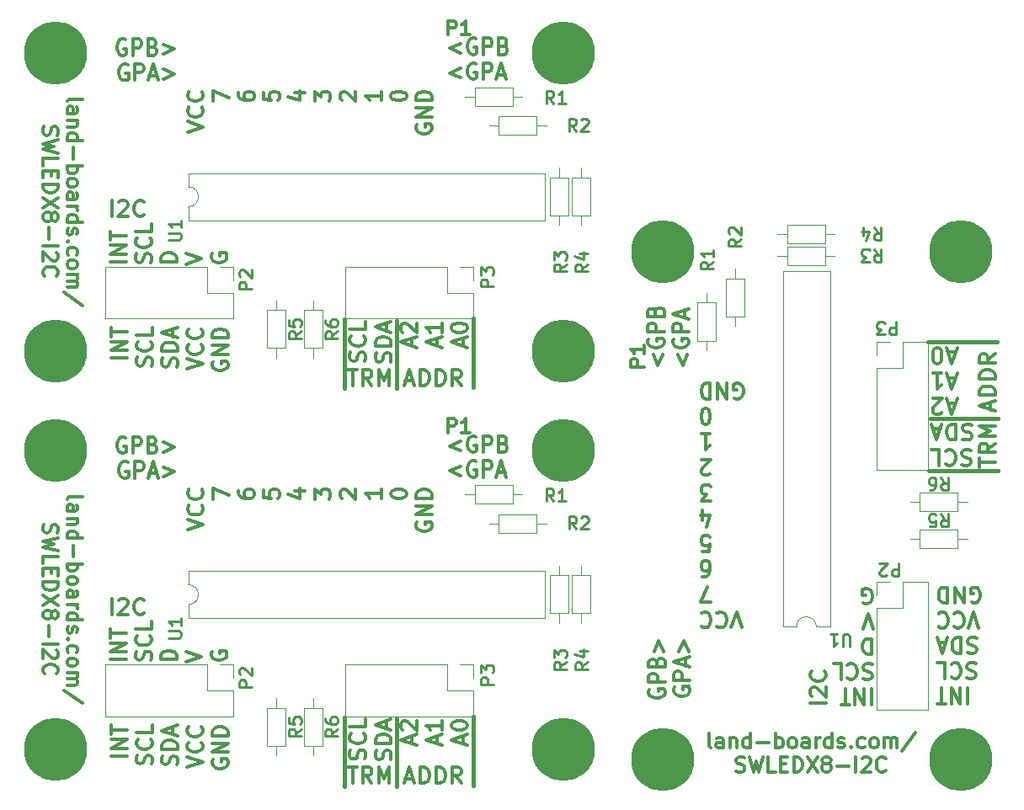
<source format=gto>
%MOIN*%
%OFA0B0*%
%FSLAX46Y46*%
%IPPOS*%
%LPD*%
%ADD10C,0.015000000000000001*%
%ADD11C,0.012000000000000002*%
%ADD12C,0.014763779527559057*%
%ADD13C,0.01*%
%ADD14C,0.0047244094488188976*%
%ADD15C,0.25*%
%ADD26C,0.015000000000000001*%
%ADD27C,0.012000000000000002*%
%ADD28C,0.014763779527559057*%
%ADD29C,0.01*%
%ADD30C,0.0047244094488188976*%
%ADD31C,0.25*%
%ADD32C,0.015000000000000001*%
%ADD33C,0.012000000000000002*%
%ADD34C,0.014763779527559057*%
%ADD35C,0.01*%
%ADD36C,0.0047244094488188976*%
%ADD37C,0.25*%
G01*
D10*
X0001505000Y0000011062D02*
X0001505000Y0000278562D01*
X0001809055Y0000014606D02*
X0001808661Y0000287401D01*
X0001298543Y0000283858D02*
X0001298543Y0000011062D01*
D11*
X0001760713Y0001277708D02*
X0001714999Y0001259136D01*
X0001760713Y0001240565D01*
X0001820713Y0001296279D02*
X0001814999Y0001299374D01*
X0001806427Y0001299374D01*
X0001797856Y0001296279D01*
X0001792141Y0001290089D01*
X0001789284Y0001283898D01*
X0001786427Y0001271517D01*
X0001786427Y0001262231D01*
X0001789284Y0001249850D01*
X0001792141Y0001243660D01*
X0001797856Y0001237470D01*
X0001806427Y0001234374D01*
X0001812141Y0001234374D01*
X0001820713Y0001237470D01*
X0001823570Y0001240565D01*
X0001823570Y0001262231D01*
X0001812141Y0001262231D01*
X0001849284Y0001234374D02*
X0001849284Y0001299374D01*
X0001872141Y0001299374D01*
X0001877856Y0001296279D01*
X0001880713Y0001293184D01*
X0001883570Y0001286993D01*
X0001883570Y0001277708D01*
X0001880713Y0001271517D01*
X0001877856Y0001268422D01*
X0001872141Y0001265327D01*
X0001849284Y0001265327D01*
X0001906427Y0001252946D02*
X0001934999Y0001252946D01*
X0001900713Y0001234374D02*
X0001920713Y0001299374D01*
X0001940713Y0001234374D01*
X0001380346Y0000118678D02*
X0001383322Y0000127749D01*
X0001383322Y0000142868D01*
X0001380346Y0000148916D01*
X0001377370Y0000151940D01*
X0001371418Y0000154963D01*
X0001365465Y0000154963D01*
X0001359513Y0000151940D01*
X0001356537Y0000148916D01*
X0001353561Y0000142868D01*
X0001350584Y0000130773D01*
X0001347608Y0000124725D01*
X0001344632Y0000121701D01*
X0001338680Y0000118678D01*
X0001332727Y0000118678D01*
X0001326775Y0000121701D01*
X0001323799Y0000124725D01*
X0001320822Y0000130773D01*
X0001320822Y0000145892D01*
X0001323799Y0000154963D01*
X0001377370Y0000218463D02*
X0001380346Y0000215439D01*
X0001383322Y0000206368D01*
X0001383322Y0000200320D01*
X0001380346Y0000191249D01*
X0001374394Y0000185201D01*
X0001368442Y0000182178D01*
X0001356537Y0000179154D01*
X0001347608Y0000179154D01*
X0001335703Y0000182178D01*
X0001329751Y0000185201D01*
X0001323799Y0000191249D01*
X0001320822Y0000200320D01*
X0001320822Y0000206368D01*
X0001323799Y0000215439D01*
X0001326775Y0000218463D01*
X0001383322Y0000275916D02*
X0001383322Y0000245678D01*
X0001320822Y0000245678D01*
X0001480971Y0000115654D02*
X0001483947Y0000124725D01*
X0001483947Y0000139844D01*
X0001480971Y0000145892D01*
X0001477995Y0000148916D01*
X0001472043Y0000151940D01*
X0001466090Y0000151940D01*
X0001460138Y0000148916D01*
X0001457162Y0000145892D01*
X0001454186Y0000139844D01*
X0001451209Y0000127749D01*
X0001448233Y0000121701D01*
X0001445257Y0000118678D01*
X0001439305Y0000115654D01*
X0001433352Y0000115654D01*
X0001427400Y0000118678D01*
X0001424424Y0000121701D01*
X0001421447Y0000127749D01*
X0001421447Y0000142868D01*
X0001424424Y0000151940D01*
X0001483947Y0000179154D02*
X0001421447Y0000179154D01*
X0001421447Y0000194273D01*
X0001424424Y0000203344D01*
X0001430376Y0000209392D01*
X0001436328Y0000212416D01*
X0001448233Y0000215439D01*
X0001457162Y0000215439D01*
X0001469067Y0000212416D01*
X0001475019Y0000209392D01*
X0001480971Y0000203344D01*
X0001483947Y0000194273D01*
X0001483947Y0000179154D01*
X0001466090Y0000239630D02*
X0001466090Y0000269868D01*
X0001483947Y0000233582D02*
X0001421447Y0000254749D01*
X0001483947Y0000275916D01*
X0001566715Y0000179154D02*
X0001566715Y0000209392D01*
X0001584572Y0000173106D02*
X0001522072Y0000194273D01*
X0001584572Y0000215439D01*
X0001528025Y0000233582D02*
X0001525049Y0000236606D01*
X0001522072Y0000242654D01*
X0001522072Y0000257773D01*
X0001525049Y0000263820D01*
X0001528025Y0000266844D01*
X0001533977Y0000269868D01*
X0001539930Y0000269868D01*
X0001548858Y0000266844D01*
X0001584572Y0000230559D01*
X0001584572Y0000269868D01*
X0001667340Y0000179154D02*
X0001667340Y0000209392D01*
X0001685197Y0000173106D02*
X0001622697Y0000194273D01*
X0001685197Y0000215439D01*
X0001685197Y0000269868D02*
X0001685197Y0000233582D01*
X0001685197Y0000251725D02*
X0001622697Y0000251725D01*
X0001631626Y0000245678D01*
X0001637578Y0000239630D01*
X0001640555Y0000233582D01*
X0001767965Y0000179154D02*
X0001767965Y0000209392D01*
X0001785822Y0000173106D02*
X0001723322Y0000194273D01*
X0001785822Y0000215439D01*
X0001723322Y0000248701D02*
X0001723322Y0000254749D01*
X0001726299Y0000260797D01*
X0001729275Y0000263820D01*
X0001735227Y0000266844D01*
X0001747132Y0000269868D01*
X0001762013Y0000269868D01*
X0001773918Y0000266844D01*
X0001779870Y0000263820D01*
X0001782846Y0000260797D01*
X0001785822Y0000254749D01*
X0001785822Y0000248701D01*
X0001782846Y0000242654D01*
X0001779870Y0000239630D01*
X0001773918Y0000236606D01*
X0001762013Y0000233582D01*
X0001747132Y0000233582D01*
X0001735227Y0000236606D01*
X0001729275Y0000239630D01*
X0001726299Y0000242654D01*
X0001723322Y0000248701D01*
X0001710895Y0001411182D02*
X0001710895Y0001466182D01*
X0001731847Y0001466182D01*
X0001737085Y0001463562D01*
X0001739704Y0001460943D01*
X0001742323Y0001455705D01*
X0001742323Y0001447848D01*
X0001739704Y0001442610D01*
X0001737085Y0001439991D01*
X0001731847Y0001437372D01*
X0001710895Y0001437372D01*
X0001794704Y0001411182D02*
X0001763276Y0001411182D01*
X0001778990Y0001411182D02*
X0001778990Y0001466182D01*
X0001773752Y0001458324D01*
X0001768514Y0001453086D01*
X0001763276Y0001450467D01*
X0000438407Y0000131310D02*
X0000376407Y0000131310D01*
X0000438407Y0000160834D02*
X0000376407Y0000160834D01*
X0000438407Y0000196262D01*
X0000376407Y0000196262D01*
X0000376407Y0000216929D02*
X0000376407Y0000252358D01*
X0000438407Y0000234643D02*
X0000376407Y0000234643D01*
X0000535275Y0000098834D02*
X0000538227Y0000107691D01*
X0000538227Y0000122453D01*
X0000535275Y0000128358D01*
X0000532322Y0000131310D01*
X0000526418Y0000134262D01*
X0000520513Y0000134262D01*
X0000514608Y0000131310D01*
X0000511656Y0000128358D01*
X0000508703Y0000122453D01*
X0000505751Y0000110643D01*
X0000502799Y0000104739D01*
X0000499846Y0000101786D01*
X0000493941Y0000098834D01*
X0000488037Y0000098834D01*
X0000482132Y0000101786D01*
X0000479180Y0000104739D01*
X0000476227Y0000110643D01*
X0000476227Y0000125405D01*
X0000479180Y0000134262D01*
X0000532322Y0000196262D02*
X0000535275Y0000193310D01*
X0000538227Y0000184453D01*
X0000538227Y0000178548D01*
X0000535275Y0000169691D01*
X0000529370Y0000163786D01*
X0000523465Y0000160834D01*
X0000511656Y0000157882D01*
X0000502799Y0000157882D01*
X0000490989Y0000160834D01*
X0000485084Y0000163786D01*
X0000479180Y0000169691D01*
X0000476227Y0000178548D01*
X0000476227Y0000184453D01*
X0000479180Y0000193310D01*
X0000482132Y0000196262D01*
X0000538227Y0000252358D02*
X0000538227Y0000222834D01*
X0000476227Y0000222834D01*
X0000635095Y0000095882D02*
X0000638047Y0000104739D01*
X0000638047Y0000119501D01*
X0000635095Y0000125405D01*
X0000632142Y0000128358D01*
X0000626238Y0000131310D01*
X0000620333Y0000131310D01*
X0000614428Y0000128358D01*
X0000611476Y0000125405D01*
X0000608523Y0000119501D01*
X0000605571Y0000107691D01*
X0000602619Y0000101786D01*
X0000599666Y0000098834D01*
X0000593761Y0000095882D01*
X0000587857Y0000095882D01*
X0000581952Y0000098834D01*
X0000579000Y0000101786D01*
X0000576047Y0000107691D01*
X0000576047Y0000122453D01*
X0000579000Y0000131310D01*
X0000638047Y0000157882D02*
X0000576047Y0000157882D01*
X0000576047Y0000172643D01*
X0000579000Y0000181501D01*
X0000584904Y0000187405D01*
X0000590809Y0000190358D01*
X0000602619Y0000193310D01*
X0000611476Y0000193310D01*
X0000623285Y0000190358D01*
X0000629190Y0000187405D01*
X0000635095Y0000181501D01*
X0000638047Y0000172643D01*
X0000638047Y0000157882D01*
X0000620333Y0000216929D02*
X0000620333Y0000246453D01*
X0000638047Y0000211024D02*
X0000576047Y0000231691D01*
X0000638047Y0000252358D01*
X0000675867Y0000087024D02*
X0000737867Y0000107691D01*
X0000675867Y0000128358D01*
X0000731962Y0000184453D02*
X0000734915Y0000181501D01*
X0000737867Y0000172643D01*
X0000737867Y0000166739D01*
X0000734915Y0000157882D01*
X0000729010Y0000151977D01*
X0000723105Y0000149024D01*
X0000711296Y0000146072D01*
X0000702439Y0000146072D01*
X0000690629Y0000149024D01*
X0000684724Y0000151977D01*
X0000678820Y0000157882D01*
X0000675867Y0000166739D01*
X0000675867Y0000172643D01*
X0000678820Y0000181501D01*
X0000681772Y0000184453D01*
X0000731962Y0000246453D02*
X0000734915Y0000243501D01*
X0000737867Y0000234643D01*
X0000737867Y0000228739D01*
X0000734915Y0000219882D01*
X0000729010Y0000213977D01*
X0000723105Y0000211024D01*
X0000711296Y0000208072D01*
X0000702439Y0000208072D01*
X0000690629Y0000211024D01*
X0000684724Y0000213977D01*
X0000678820Y0000219882D01*
X0000675867Y0000228739D01*
X0000675867Y0000234643D01*
X0000678820Y0000243501D01*
X0000681772Y0000246453D01*
X0000778640Y0000116548D02*
X0000775687Y0000110643D01*
X0000775687Y0000101786D01*
X0000778640Y0000092929D01*
X0000784544Y0000087024D01*
X0000790449Y0000084072D01*
X0000802259Y0000081120D01*
X0000811116Y0000081120D01*
X0000822925Y0000084072D01*
X0000828830Y0000087024D01*
X0000834735Y0000092929D01*
X0000837687Y0000101786D01*
X0000837687Y0000107691D01*
X0000834735Y0000116548D01*
X0000831782Y0000119501D01*
X0000811116Y0000119501D01*
X0000811116Y0000107691D01*
X0000837687Y0000146072D02*
X0000775687Y0000146072D01*
X0000837687Y0000181501D01*
X0000775687Y0000181501D01*
X0000837687Y0000211024D02*
X0000775687Y0000211024D01*
X0000775687Y0000225786D01*
X0000778640Y0000234643D01*
X0000784544Y0000240548D01*
X0000790449Y0000243501D01*
X0000802259Y0000246453D01*
X0000811116Y0000246453D01*
X0000822925Y0000243501D01*
X0000828830Y0000240548D01*
X0000834735Y0000234643D01*
X0000837687Y0000225786D01*
X0000837687Y0000211024D01*
X0001313795Y0000085407D02*
X0001350080Y0000085407D01*
X0001331938Y0000022907D02*
X0001331938Y0000085407D01*
X0001407533Y0000022907D02*
X0001386366Y0000052669D01*
X0001371247Y0000022907D02*
X0001371247Y0000085407D01*
X0001395438Y0000085407D01*
X0001401485Y0000082431D01*
X0001404509Y0000079454D01*
X0001407533Y0000073502D01*
X0001407533Y0000064573D01*
X0001404509Y0000058621D01*
X0001401485Y0000055645D01*
X0001395438Y0000052669D01*
X0001371247Y0000052669D01*
X0001434747Y0000022907D02*
X0001434747Y0000085407D01*
X0001455914Y0000040764D01*
X0001477080Y0000085407D01*
X0001477080Y0000022907D01*
X0000441806Y0001292342D02*
X0000436092Y0001295437D01*
X0000427520Y0001295437D01*
X0000418949Y0001292342D01*
X0000413234Y0001286152D01*
X0000410377Y0001279961D01*
X0000407520Y0001267580D01*
X0000407520Y0001258294D01*
X0000410377Y0001245913D01*
X0000413234Y0001239723D01*
X0000418949Y0001233533D01*
X0000427520Y0001230437D01*
X0000433234Y0001230437D01*
X0000441806Y0001233533D01*
X0000444663Y0001236628D01*
X0000444663Y0001258294D01*
X0000433234Y0001258294D01*
X0000470377Y0001230437D02*
X0000470377Y0001295437D01*
X0000493234Y0001295437D01*
X0000498949Y0001292342D01*
X0000501806Y0001289247D01*
X0000504663Y0001283056D01*
X0000504663Y0001273771D01*
X0000501806Y0001267580D01*
X0000498949Y0001264485D01*
X0000493234Y0001261390D01*
X0000470377Y0001261390D01*
X0000527520Y0001249009D02*
X0000556092Y0001249009D01*
X0000521806Y0001230437D02*
X0000541806Y0001295437D01*
X0000561806Y0001230437D01*
X0000581806Y0001273771D02*
X0000627520Y0001255199D01*
X0000581806Y0001236628D01*
X0001540665Y0000040646D02*
X0001570903Y0000040646D01*
X0001534618Y0000022789D02*
X0001555784Y0000085289D01*
X0001576951Y0000022789D01*
X0001598118Y0000022789D02*
X0001598118Y0000085289D01*
X0001613237Y0000085289D01*
X0001622308Y0000082312D01*
X0001628356Y0000076360D01*
X0001631380Y0000070408D01*
X0001634403Y0000058503D01*
X0001634403Y0000049574D01*
X0001631380Y0000037670D01*
X0001628356Y0000031717D01*
X0001622308Y0000025765D01*
X0001613237Y0000022789D01*
X0001598118Y0000022789D01*
X0001661618Y0000022789D02*
X0001661618Y0000085289D01*
X0001676737Y0000085289D01*
X0001685808Y0000082312D01*
X0001691856Y0000076360D01*
X0001694880Y0000070408D01*
X0001697903Y0000058503D01*
X0001697903Y0000049574D01*
X0001694880Y0000037670D01*
X0001691856Y0000031717D01*
X0001685808Y0000025765D01*
X0001676737Y0000022789D01*
X0001661618Y0000022789D01*
X0001761403Y0000022789D02*
X0001740237Y0000052551D01*
X0001725118Y0000022789D02*
X0001725118Y0000085289D01*
X0001749308Y0000085289D01*
X0001755356Y0000082312D01*
X0001758380Y0000079336D01*
X0001761403Y0000073384D01*
X0001761403Y0000064455D01*
X0001758380Y0000058503D01*
X0001755356Y0000055527D01*
X0001749308Y0000052551D01*
X0001725118Y0000052551D01*
D12*
X0000201926Y0001147075D02*
X0000204738Y0001152699D01*
X0000210362Y0001155511D01*
X0000260981Y0001155511D01*
X0000201926Y0001099268D02*
X0000232859Y0001099268D01*
X0000238484Y0001102081D01*
X0000241296Y0001107705D01*
X0000241296Y0001118953D01*
X0000238484Y0001124578D01*
X0000204738Y0001099268D02*
X0000201926Y0001104893D01*
X0000201926Y0001118953D01*
X0000204738Y0001124578D01*
X0000210362Y0001127390D01*
X0000215987Y0001127390D01*
X0000221611Y0001124578D01*
X0000224423Y0001118953D01*
X0000224423Y0001104893D01*
X0000227235Y0001099268D01*
X0000241296Y0001071147D02*
X0000201926Y0001071147D01*
X0000235672Y0001071147D02*
X0000238484Y0001068335D01*
X0000241296Y0001062710D01*
X0000241296Y0001054274D01*
X0000238484Y0001048650D01*
X0000232859Y0001045838D01*
X0000201926Y0001045838D01*
X0000201926Y0000992407D02*
X0000260981Y0000992407D01*
X0000204738Y0000992407D02*
X0000201926Y0000998031D01*
X0000201926Y0001009280D01*
X0000204738Y0001014904D01*
X0000207550Y0001017716D01*
X0000213174Y0001020528D01*
X0000230047Y0001020528D01*
X0000235672Y0001017716D01*
X0000238484Y0001014904D01*
X0000241296Y0001009280D01*
X0000241296Y0000998031D01*
X0000238484Y0000992407D01*
X0000224423Y0000964285D02*
X0000224423Y0000919291D01*
X0000201926Y0000891169D02*
X0000260981Y0000891169D01*
X0000238484Y0000891169D02*
X0000241296Y0000885545D01*
X0000241296Y0000874296D01*
X0000238484Y0000868672D01*
X0000235672Y0000865860D01*
X0000230047Y0000863048D01*
X0000213174Y0000863048D01*
X0000207550Y0000865860D01*
X0000204738Y0000868672D01*
X0000201926Y0000874296D01*
X0000201926Y0000885545D01*
X0000204738Y0000891169D01*
X0000201926Y0000829302D02*
X0000204738Y0000834926D01*
X0000207550Y0000837739D01*
X0000213174Y0000840551D01*
X0000230047Y0000840551D01*
X0000235672Y0000837739D01*
X0000238484Y0000834926D01*
X0000241296Y0000829302D01*
X0000241296Y0000820866D01*
X0000238484Y0000815241D01*
X0000235672Y0000812429D01*
X0000230047Y0000809617D01*
X0000213174Y0000809617D01*
X0000207550Y0000812429D01*
X0000204738Y0000815241D01*
X0000201926Y0000820866D01*
X0000201926Y0000829302D01*
X0000201926Y0000758998D02*
X0000232859Y0000758998D01*
X0000238484Y0000761811D01*
X0000241296Y0000767435D01*
X0000241296Y0000778683D01*
X0000238484Y0000784308D01*
X0000204738Y0000758998D02*
X0000201926Y0000764623D01*
X0000201926Y0000778683D01*
X0000204738Y0000784308D01*
X0000210362Y0000787120D01*
X0000215987Y0000787120D01*
X0000221611Y0000784308D01*
X0000224423Y0000778683D01*
X0000224423Y0000764623D01*
X0000227235Y0000758998D01*
X0000201926Y0000730877D02*
X0000241296Y0000730877D01*
X0000230047Y0000730877D02*
X0000235672Y0000728065D01*
X0000238484Y0000725253D01*
X0000241296Y0000719628D01*
X0000241296Y0000714004D01*
X0000201926Y0000669010D02*
X0000260981Y0000669010D01*
X0000204738Y0000669010D02*
X0000201926Y0000674634D01*
X0000201926Y0000685883D01*
X0000204738Y0000691507D01*
X0000207550Y0000694319D01*
X0000213174Y0000697131D01*
X0000230047Y0000697131D01*
X0000235672Y0000694319D01*
X0000238484Y0000691507D01*
X0000241296Y0000685883D01*
X0000241296Y0000674634D01*
X0000238484Y0000669010D01*
X0000204738Y0000643700D02*
X0000201926Y0000638076D01*
X0000201926Y0000626827D01*
X0000204738Y0000621203D01*
X0000210362Y0000618391D01*
X0000213174Y0000618391D01*
X0000218799Y0000621203D01*
X0000221611Y0000626827D01*
X0000221611Y0000635264D01*
X0000224423Y0000640888D01*
X0000230047Y0000643700D01*
X0000232859Y0000643700D01*
X0000238484Y0000640888D01*
X0000241296Y0000635264D01*
X0000241296Y0000626827D01*
X0000238484Y0000621203D01*
X0000207550Y0000593082D02*
X0000204738Y0000590269D01*
X0000201926Y0000593082D01*
X0000204738Y0000595894D01*
X0000207550Y0000593082D01*
X0000201926Y0000593082D01*
X0000204738Y0000539651D02*
X0000201926Y0000545275D01*
X0000201926Y0000556524D01*
X0000204738Y0000562148D01*
X0000207550Y0000564960D01*
X0000213174Y0000567772D01*
X0000230047Y0000567772D01*
X0000235672Y0000564960D01*
X0000238484Y0000562148D01*
X0000241296Y0000556524D01*
X0000241296Y0000545275D01*
X0000238484Y0000539651D01*
X0000201926Y0000505905D02*
X0000204738Y0000511529D01*
X0000207550Y0000514341D01*
X0000213174Y0000517154D01*
X0000230047Y0000517154D01*
X0000235672Y0000514341D01*
X0000238484Y0000511529D01*
X0000241296Y0000505905D01*
X0000241296Y0000497469D01*
X0000238484Y0000491844D01*
X0000235672Y0000489032D01*
X0000230047Y0000486220D01*
X0000213174Y0000486220D01*
X0000207550Y0000489032D01*
X0000204738Y0000491844D01*
X0000201926Y0000497469D01*
X0000201926Y0000505905D01*
X0000201926Y0000460911D02*
X0000241296Y0000460911D01*
X0000235672Y0000460911D02*
X0000238484Y0000458099D01*
X0000241296Y0000452474D01*
X0000241296Y0000444038D01*
X0000238484Y0000438413D01*
X0000232859Y0000435601D01*
X0000201926Y0000435601D01*
X0000232859Y0000435601D02*
X0000238484Y0000432789D01*
X0000241296Y0000427165D01*
X0000241296Y0000418728D01*
X0000238484Y0000413104D01*
X0000232859Y0000410292D01*
X0000201926Y0000410292D01*
X0000263793Y0000339988D02*
X0000187865Y0000390607D01*
X0000109659Y0001047244D02*
X0000106847Y0001038807D01*
X0000106847Y0001024746D01*
X0000109659Y0001019122D01*
X0000112471Y0001016310D01*
X0000118096Y0001013498D01*
X0000123720Y0001013498D01*
X0000129344Y0001016310D01*
X0000132156Y0001019122D01*
X0000134969Y0001024746D01*
X0000137781Y0001035995D01*
X0000140593Y0001041619D01*
X0000143405Y0001044431D01*
X0000149029Y0001047244D01*
X0000154654Y0001047244D01*
X0000160278Y0001044431D01*
X0000163090Y0001041619D01*
X0000165902Y0001035995D01*
X0000165902Y0001021934D01*
X0000163090Y0001013498D01*
X0000165902Y0000993813D02*
X0000106847Y0000979752D01*
X0000149029Y0000968503D01*
X0000106847Y0000957255D01*
X0000165902Y0000943194D01*
X0000106847Y0000892575D02*
X0000106847Y0000920697D01*
X0000165902Y0000920697D01*
X0000137781Y0000872890D02*
X0000137781Y0000853205D01*
X0000106847Y0000844769D02*
X0000106847Y0000872890D01*
X0000165902Y0000872890D01*
X0000165902Y0000844769D01*
X0000106847Y0000819460D02*
X0000165902Y0000819460D01*
X0000165902Y0000805399D01*
X0000163090Y0000796962D01*
X0000157466Y0000791338D01*
X0000151841Y0000788526D01*
X0000140593Y0000785714D01*
X0000132156Y0000785714D01*
X0000120908Y0000788526D01*
X0000115284Y0000791338D01*
X0000109659Y0000796962D01*
X0000106847Y0000805399D01*
X0000106847Y0000819460D01*
X0000165902Y0000766029D02*
X0000106847Y0000726659D01*
X0000165902Y0000726659D02*
X0000106847Y0000766029D01*
X0000140593Y0000695725D02*
X0000143405Y0000701349D01*
X0000146217Y0000704162D01*
X0000151841Y0000706974D01*
X0000154654Y0000706974D01*
X0000160278Y0000704162D01*
X0000163090Y0000701349D01*
X0000165902Y0000695725D01*
X0000165902Y0000684476D01*
X0000163090Y0000678852D01*
X0000160278Y0000676040D01*
X0000154654Y0000673228D01*
X0000151841Y0000673228D01*
X0000146217Y0000676040D01*
X0000143405Y0000678852D01*
X0000140593Y0000684476D01*
X0000140593Y0000695725D01*
X0000137781Y0000701349D01*
X0000134969Y0000704162D01*
X0000129344Y0000706974D01*
X0000118096Y0000706974D01*
X0000112471Y0000704162D01*
X0000109659Y0000701349D01*
X0000106847Y0000695725D01*
X0000106847Y0000684476D01*
X0000109659Y0000678852D01*
X0000112471Y0000676040D01*
X0000118096Y0000673228D01*
X0000129344Y0000673228D01*
X0000134969Y0000676040D01*
X0000137781Y0000678852D01*
X0000140593Y0000684476D01*
X0000129344Y0000647918D02*
X0000129344Y0000602924D01*
X0000106847Y0000574803D02*
X0000165902Y0000574803D01*
X0000160278Y0000549493D02*
X0000163090Y0000546681D01*
X0000165902Y0000541057D01*
X0000165902Y0000526996D01*
X0000163090Y0000521372D01*
X0000160278Y0000518560D01*
X0000154654Y0000515748D01*
X0000149029Y0000515748D01*
X0000140593Y0000518560D01*
X0000106847Y0000552305D01*
X0000106847Y0000515748D01*
X0000112471Y0000456692D02*
X0000109659Y0000459505D01*
X0000106847Y0000467941D01*
X0000106847Y0000473565D01*
X0000109659Y0000482002D01*
X0000115284Y0000487626D01*
X0000120908Y0000490438D01*
X0000132156Y0000493250D01*
X0000140593Y0000493250D01*
X0000151841Y0000490438D01*
X0000157466Y0000487626D01*
X0000163090Y0000482002D01*
X0000165902Y0000473565D01*
X0000165902Y0000467941D01*
X0000163090Y0000459505D01*
X0000160278Y0000456692D01*
D11*
X0000433234Y0001390767D02*
X0000427520Y0001393862D01*
X0000418949Y0001393862D01*
X0000410377Y0001390767D01*
X0000404663Y0001384577D01*
X0000401806Y0001378386D01*
X0000398949Y0001366005D01*
X0000398949Y0001356720D01*
X0000401806Y0001344339D01*
X0000404663Y0001338148D01*
X0000410377Y0001331958D01*
X0000418949Y0001328862D01*
X0000424663Y0001328862D01*
X0000433234Y0001331958D01*
X0000436092Y0001335053D01*
X0000436092Y0001356720D01*
X0000424663Y0001356720D01*
X0000461806Y0001328862D02*
X0000461806Y0001393862D01*
X0000484663Y0001393862D01*
X0000490377Y0001390767D01*
X0000493234Y0001387672D01*
X0000496092Y0001381482D01*
X0000496092Y0001372196D01*
X0000493234Y0001366005D01*
X0000490377Y0001362910D01*
X0000484663Y0001359815D01*
X0000461806Y0001359815D01*
X0000541806Y0001362910D02*
X0000550377Y0001359815D01*
X0000553234Y0001356720D01*
X0000556092Y0001350529D01*
X0000556092Y0001341243D01*
X0000553234Y0001335053D01*
X0000550377Y0001331958D01*
X0000544663Y0001328862D01*
X0000521806Y0001328862D01*
X0000521806Y0001393862D01*
X0000541806Y0001393862D01*
X0000547520Y0001390767D01*
X0000550377Y0001387672D01*
X0000553234Y0001381482D01*
X0000553234Y0001375291D01*
X0000550377Y0001369101D01*
X0000547520Y0001366005D01*
X0000541806Y0001362910D01*
X0000521806Y0001362910D01*
X0000581806Y0001372196D02*
X0000627520Y0001353624D01*
X0000581806Y0001335053D01*
X0000434706Y0000512325D02*
X0000372706Y0000512325D01*
X0000434706Y0000541849D02*
X0000372706Y0000541849D01*
X0000434706Y0000577278D01*
X0000372706Y0000577278D01*
X0000372706Y0000597944D02*
X0000372706Y0000633373D01*
X0000434706Y0000615659D02*
X0000372706Y0000615659D01*
X0000531574Y0000509373D02*
X0000534526Y0000518230D01*
X0000534526Y0000532992D01*
X0000531574Y0000538897D01*
X0000528622Y0000541849D01*
X0000522717Y0000544801D01*
X0000516812Y0000544801D01*
X0000510907Y0000541849D01*
X0000507955Y0000538897D01*
X0000505002Y0000532992D01*
X0000502050Y0000521182D01*
X0000499098Y0000515278D01*
X0000496145Y0000512325D01*
X0000490241Y0000509373D01*
X0000484336Y0000509373D01*
X0000478431Y0000512325D01*
X0000475479Y0000515278D01*
X0000472526Y0000521182D01*
X0000472526Y0000535944D01*
X0000475479Y0000544801D01*
X0000528622Y0000606801D02*
X0000531574Y0000603849D01*
X0000534526Y0000594992D01*
X0000534526Y0000589087D01*
X0000531574Y0000580230D01*
X0000525669Y0000574325D01*
X0000519764Y0000571373D01*
X0000507955Y0000568420D01*
X0000499098Y0000568420D01*
X0000487288Y0000571373D01*
X0000481383Y0000574325D01*
X0000475479Y0000580230D01*
X0000472526Y0000589087D01*
X0000472526Y0000594992D01*
X0000475479Y0000603849D01*
X0000478431Y0000606801D01*
X0000534526Y0000662897D02*
X0000534526Y0000633373D01*
X0000472526Y0000633373D01*
X0000634346Y0000512325D02*
X0000572346Y0000512325D01*
X0000572346Y0000527087D01*
X0000575299Y0000535944D01*
X0000581203Y0000541849D01*
X0000587108Y0000544801D01*
X0000598918Y0000547754D01*
X0000607775Y0000547754D01*
X0000619584Y0000544801D01*
X0000625489Y0000541849D01*
X0000631394Y0000535944D01*
X0000634346Y0000527087D01*
X0000634346Y0000512325D01*
X0000672166Y0000503468D02*
X0000734166Y0000524135D01*
X0000672166Y0000544801D01*
X0000774939Y0000544801D02*
X0000771986Y0000538897D01*
X0000771986Y0000530040D01*
X0000774939Y0000521182D01*
X0000780843Y0000515278D01*
X0000786748Y0000512325D01*
X0000798558Y0000509373D01*
X0000807415Y0000509373D01*
X0000819224Y0000512325D01*
X0000825129Y0000515278D01*
X0000831034Y0000521182D01*
X0000833986Y0000530040D01*
X0000833986Y0000535944D01*
X0000831034Y0000544801D01*
X0000828082Y0000547754D01*
X0000807415Y0000547754D01*
X0000807415Y0000535944D01*
X0001760713Y0001376133D02*
X0001714999Y0001357561D01*
X0001760713Y0001338990D01*
X0001820713Y0001394704D02*
X0001814999Y0001397800D01*
X0001806427Y0001397800D01*
X0001797856Y0001394704D01*
X0001792141Y0001388514D01*
X0001789284Y0001382323D01*
X0001786427Y0001369942D01*
X0001786427Y0001360657D01*
X0001789284Y0001348276D01*
X0001792141Y0001342085D01*
X0001797856Y0001335895D01*
X0001806427Y0001332800D01*
X0001812141Y0001332800D01*
X0001820713Y0001335895D01*
X0001823570Y0001338990D01*
X0001823570Y0001360657D01*
X0001812141Y0001360657D01*
X0001849284Y0001332800D02*
X0001849284Y0001397800D01*
X0001872141Y0001397800D01*
X0001877856Y0001394704D01*
X0001880713Y0001391609D01*
X0001883570Y0001385419D01*
X0001883570Y0001376133D01*
X0001880713Y0001369942D01*
X0001877856Y0001366847D01*
X0001872141Y0001363752D01*
X0001849284Y0001363752D01*
X0001929284Y0001366847D02*
X0001937856Y0001363752D01*
X0001940713Y0001360657D01*
X0001943570Y0001354466D01*
X0001943570Y0001345180D01*
X0001940713Y0001338990D01*
X0001937856Y0001335895D01*
X0001932141Y0001332800D01*
X0001909284Y0001332800D01*
X0001909284Y0001397800D01*
X0001929284Y0001397800D01*
X0001934999Y0001394704D01*
X0001937856Y0001391609D01*
X0001940713Y0001385419D01*
X0001940713Y0001379228D01*
X0001937856Y0001373038D01*
X0001934999Y0001369942D01*
X0001929284Y0001366847D01*
X0001909284Y0001366847D01*
X0000677961Y0001025643D02*
X0000740461Y0001046477D01*
X0000677961Y0001067310D01*
X0000734508Y0001123858D02*
X0000737485Y0001120882D01*
X0000740461Y0001111953D01*
X0000740461Y0001106001D01*
X0000737485Y0001097072D01*
X0000731532Y0001091120D01*
X0000725580Y0001088143D01*
X0000713675Y0001085167D01*
X0000704747Y0001085167D01*
X0000692842Y0001088143D01*
X0000686889Y0001091120D01*
X0000680937Y0001097072D01*
X0000677961Y0001106001D01*
X0000677961Y0001111953D01*
X0000680937Y0001120882D01*
X0000683913Y0001123858D01*
X0000734508Y0001186358D02*
X0000737485Y0001183382D01*
X0000740461Y0001174453D01*
X0000740461Y0001168501D01*
X0000737485Y0001159572D01*
X0000731532Y0001153620D01*
X0000725580Y0001150643D01*
X0000713675Y0001147667D01*
X0000704747Y0001147667D01*
X0000692842Y0001150643D01*
X0000686889Y0001153620D01*
X0000680937Y0001159572D01*
X0000677961Y0001168501D01*
X0000677961Y0001174453D01*
X0000680937Y0001183382D01*
X0000683913Y0001186358D01*
X0000778586Y0001147667D02*
X0000778586Y0001189334D01*
X0000841086Y0001162548D01*
X0000879211Y0001180405D02*
X0000879211Y0001168501D01*
X0000882187Y0001162548D01*
X0000885163Y0001159572D01*
X0000894092Y0001153620D01*
X0000905997Y0001150643D01*
X0000929806Y0001150643D01*
X0000935758Y0001153620D01*
X0000938735Y0001156596D01*
X0000941711Y0001162548D01*
X0000941711Y0001174453D01*
X0000938735Y0001180405D01*
X0000935758Y0001183382D01*
X0000929806Y0001186358D01*
X0000914925Y0001186358D01*
X0000908973Y0001183382D01*
X0000905997Y0001180405D01*
X0000903020Y0001174453D01*
X0000903020Y0001162548D01*
X0000905997Y0001156596D01*
X0000908973Y0001153620D01*
X0000914925Y0001150643D01*
X0000979836Y0001183382D02*
X0000979836Y0001153620D01*
X0001009598Y0001150643D01*
X0001006622Y0001153620D01*
X0001003645Y0001159572D01*
X0001003645Y0001174453D01*
X0001006622Y0001180405D01*
X0001009598Y0001183382D01*
X0001015550Y0001186358D01*
X0001030431Y0001186358D01*
X0001036383Y0001183382D01*
X0001039360Y0001180405D01*
X0001042336Y0001174453D01*
X0001042336Y0001159572D01*
X0001039360Y0001153620D01*
X0001036383Y0001150643D01*
X0001101294Y0001180405D02*
X0001142961Y0001180405D01*
X0001077485Y0001165524D02*
X0001122127Y0001150643D01*
X0001122127Y0001189334D01*
X0001181086Y0001147667D02*
X0001181086Y0001186358D01*
X0001204895Y0001165524D01*
X0001204895Y0001174453D01*
X0001207872Y0001180405D01*
X0001210848Y0001183382D01*
X0001216800Y0001186358D01*
X0001231681Y0001186358D01*
X0001237633Y0001183382D01*
X0001240610Y0001180405D01*
X0001243586Y0001174453D01*
X0001243586Y0001156596D01*
X0001240610Y0001150643D01*
X0001237633Y0001147667D01*
X0001287663Y0001150643D02*
X0001284687Y0001153620D01*
X0001281711Y0001159572D01*
X0001281711Y0001174453D01*
X0001284687Y0001180405D01*
X0001287663Y0001183382D01*
X0001293616Y0001186358D01*
X0001299568Y0001186358D01*
X0001308497Y0001183382D01*
X0001344211Y0001147667D01*
X0001344211Y0001186358D01*
X0001444836Y0001186358D02*
X0001444836Y0001150643D01*
X0001444836Y0001168501D02*
X0001382336Y0001168501D01*
X0001391264Y0001162548D01*
X0001397217Y0001156596D01*
X0001400193Y0001150643D01*
X0001482961Y0001165524D02*
X0001482961Y0001171477D01*
X0001485937Y0001177429D01*
X0001488913Y0001180405D01*
X0001494866Y0001183382D01*
X0001506770Y0001186358D01*
X0001521651Y0001186358D01*
X0001533556Y0001183382D01*
X0001539508Y0001180405D01*
X0001542485Y0001177429D01*
X0001545461Y0001171477D01*
X0001545461Y0001165524D01*
X0001542485Y0001159572D01*
X0001539508Y0001156596D01*
X0001533556Y0001153620D01*
X0001521651Y0001150643D01*
X0001506770Y0001150643D01*
X0001494866Y0001153620D01*
X0001488913Y0001156596D01*
X0001485937Y0001159572D01*
X0001482961Y0001165524D01*
X0001586562Y0001055405D02*
X0001583586Y0001049453D01*
X0001583586Y0001040524D01*
X0001586562Y0001031596D01*
X0001592514Y0001025643D01*
X0001598467Y0001022667D01*
X0001610372Y0001019691D01*
X0001619300Y0001019691D01*
X0001631205Y0001022667D01*
X0001637157Y0001025643D01*
X0001643110Y0001031596D01*
X0001646086Y0001040524D01*
X0001646086Y0001046477D01*
X0001643110Y0001055405D01*
X0001640133Y0001058382D01*
X0001619300Y0001058382D01*
X0001619300Y0001046477D01*
X0001646086Y0001085167D02*
X0001583586Y0001085167D01*
X0001646086Y0001120882D01*
X0001583586Y0001120882D01*
X0001646086Y0001150643D02*
X0001583586Y0001150643D01*
X0001583586Y0001165524D01*
X0001586562Y0001174453D01*
X0001592514Y0001180405D01*
X0001598467Y0001183382D01*
X0001610372Y0001186358D01*
X0001619300Y0001186358D01*
X0001631205Y0001183382D01*
X0001637157Y0001180405D01*
X0001643110Y0001174453D01*
X0001646086Y0001165524D01*
X0001646086Y0001150643D01*
X0000379218Y0000691490D02*
X0000379218Y0000753990D01*
X0000406432Y0000748037D02*
X0000409456Y0000751013D01*
X0000415503Y0000753990D01*
X0000430622Y0000753990D01*
X0000436670Y0000751013D01*
X0000439694Y0000748037D01*
X0000442718Y0000742085D01*
X0000442718Y0000736132D01*
X0000439694Y0000727204D01*
X0000403408Y0000691490D01*
X0000442718Y0000691490D01*
X0000506218Y0000697442D02*
X0000503194Y0000694466D01*
X0000494122Y0000691490D01*
X0000488075Y0000691490D01*
X0000479003Y0000694466D01*
X0000472956Y0000700418D01*
X0000469932Y0000706370D01*
X0000466908Y0000718275D01*
X0000466908Y0000727204D01*
X0000469932Y0000739109D01*
X0000472956Y0000745061D01*
X0000479003Y0000751013D01*
X0000488075Y0000753990D01*
X0000494122Y0000753990D01*
X0000503194Y0000751013D01*
X0000506218Y0000748037D01*
D13*
X0002126666Y0001138443D02*
X0002110000Y0001162253D01*
X0002098095Y0001138443D02*
X0002098095Y0001188443D01*
X0002117142Y0001188443D01*
X0002121904Y0001186062D01*
X0002124285Y0001183682D01*
X0002126666Y0001178920D01*
X0002126666Y0001171777D01*
X0002124285Y0001167015D01*
X0002121904Y0001164634D01*
X0002117142Y0001162253D01*
X0002098095Y0001162253D01*
X0002174285Y0001138443D02*
X0002145714Y0001138443D01*
X0002160000Y0001138443D02*
X0002160000Y0001188443D01*
X0002155238Y0001181301D01*
X0002150476Y0001176539D01*
X0002145714Y0001174158D01*
X0002177619Y0000502729D02*
X0002153809Y0000486062D01*
X0002177619Y0000474158D02*
X0002127619Y0000474158D01*
X0002127619Y0000493205D01*
X0002130000Y0000497967D01*
X0002132380Y0000500348D01*
X0002137142Y0000502729D01*
X0002144285Y0000502729D01*
X0002149047Y0000500348D01*
X0002151428Y0000497967D01*
X0002153809Y0000493205D01*
X0002153809Y0000474158D01*
X0002127619Y0000519396D02*
X0002127619Y0000550348D01*
X0002146666Y0000533682D01*
X0002146666Y0000540824D01*
X0002149047Y0000545586D01*
X0002151428Y0000547967D01*
X0002156190Y0000550348D01*
X0002168095Y0000550348D01*
X0002172857Y0000547967D01*
X0002175238Y0000545586D01*
X0002177619Y0000540824D01*
X0002177619Y0000526539D01*
X0002175238Y0000521777D01*
X0002172857Y0000519396D01*
X0002262619Y0000502729D02*
X0002238809Y0000486062D01*
X0002262619Y0000474158D02*
X0002212619Y0000474158D01*
X0002212619Y0000493205D01*
X0002215000Y0000497967D01*
X0002217380Y0000500348D01*
X0002222142Y0000502729D01*
X0002229285Y0000502729D01*
X0002234047Y0000500348D01*
X0002236428Y0000497967D01*
X0002238809Y0000493205D01*
X0002238809Y0000474158D01*
X0002229285Y0000545586D02*
X0002262619Y0000545586D01*
X0002210238Y0000533682D02*
X0002245952Y0000521777D01*
X0002245952Y0000552729D01*
X0002216666Y0001028443D02*
X0002200000Y0001052253D01*
X0002188095Y0001028443D02*
X0002188095Y0001078443D01*
X0002207142Y0001078443D01*
X0002211904Y0001076062D01*
X0002214285Y0001073682D01*
X0002216666Y0001068920D01*
X0002216666Y0001061777D01*
X0002214285Y0001057015D01*
X0002211904Y0001054634D01*
X0002207142Y0001052253D01*
X0002188095Y0001052253D01*
X0002235714Y0001073682D02*
X0002238095Y0001076062D01*
X0002242857Y0001078443D01*
X0002254761Y0001078443D01*
X0002259523Y0001076062D01*
X0002261904Y0001073682D01*
X0002264285Y0001068920D01*
X0002264285Y0001064158D01*
X0002261904Y0001057015D01*
X0002233333Y0001028443D01*
X0002264285Y0001028443D01*
X0001128209Y0000237729D02*
X0001104400Y0000221062D01*
X0001128209Y0000209158D02*
X0001078209Y0000209158D01*
X0001078209Y0000228205D01*
X0001080590Y0000232967D01*
X0001082971Y0000235348D01*
X0001087733Y0000237729D01*
X0001094876Y0000237729D01*
X0001099638Y0000235348D01*
X0001102019Y0000232967D01*
X0001104400Y0000228205D01*
X0001104400Y0000209158D01*
X0001078209Y0000282967D02*
X0001078209Y0000259158D01*
X0001102019Y0000256777D01*
X0001099638Y0000259158D01*
X0001097257Y0000263920D01*
X0001097257Y0000275824D01*
X0001099638Y0000280586D01*
X0001102019Y0000282967D01*
X0001106781Y0000285348D01*
X0001118685Y0000285348D01*
X0001123447Y0000282967D01*
X0001125828Y0000280586D01*
X0001128209Y0000275824D01*
X0001128209Y0000263920D01*
X0001125828Y0000259158D01*
X0001123447Y0000256777D01*
X0001273209Y0000237729D02*
X0001249400Y0000221062D01*
X0001273209Y0000209158D02*
X0001223209Y0000209158D01*
X0001223209Y0000228205D01*
X0001225590Y0000232967D01*
X0001227971Y0000235348D01*
X0001232733Y0000237729D01*
X0001239876Y0000237729D01*
X0001244638Y0000235348D01*
X0001247019Y0000232967D01*
X0001249400Y0000228205D01*
X0001249400Y0000209158D01*
X0001223209Y0000280586D02*
X0001223209Y0000271062D01*
X0001225590Y0000266301D01*
X0001227971Y0000263920D01*
X0001235114Y0000259158D01*
X0001244638Y0000256777D01*
X0001263685Y0000256777D01*
X0001268447Y0000259158D01*
X0001270828Y0000261539D01*
X0001273209Y0000266301D01*
X0001273209Y0000275824D01*
X0001270828Y0000280586D01*
X0001268447Y0000282967D01*
X0001263685Y0000285348D01*
X0001251781Y0000285348D01*
X0001247019Y0000282967D01*
X0001244638Y0000280586D01*
X0001242257Y0000275824D01*
X0001242257Y0000266301D01*
X0001244638Y0000261539D01*
X0001247019Y0000259158D01*
X0001251781Y0000256777D01*
X0001889154Y0000414670D02*
X0001839154Y0000414670D01*
X0001839154Y0000433717D01*
X0001841535Y0000438479D01*
X0001843916Y0000440860D01*
X0001848678Y0000443241D01*
X0001855821Y0000443241D01*
X0001860583Y0000440860D01*
X0001862963Y0000438479D01*
X0001865344Y0000433717D01*
X0001865344Y0000414670D01*
X0001839154Y0000459908D02*
X0001839154Y0000490860D01*
X0001858202Y0000474193D01*
X0001858202Y0000481336D01*
X0001860583Y0000486098D01*
X0001862963Y0000488479D01*
X0001867725Y0000490860D01*
X0001879630Y0000490860D01*
X0001884392Y0000488479D01*
X0001886773Y0000486098D01*
X0001889154Y0000481336D01*
X0001889154Y0000467050D01*
X0001886773Y0000462289D01*
X0001884392Y0000459908D01*
X0000602619Y0000597967D02*
X0000643095Y0000597967D01*
X0000647857Y0000600348D01*
X0000650238Y0000602729D01*
X0000652619Y0000607491D01*
X0000652619Y0000617015D01*
X0000650238Y0000621777D01*
X0000647857Y0000624158D01*
X0000643095Y0000626539D01*
X0000602619Y0000626539D01*
X0000652619Y0000676539D02*
X0000652619Y0000647967D01*
X0000652619Y0000662253D02*
X0000602619Y0000662253D01*
X0000609761Y0000657491D01*
X0000614523Y0000652729D01*
X0000616904Y0000647967D01*
X0000932619Y0000404158D02*
X0000882619Y0000404158D01*
X0000882619Y0000423205D01*
X0000885000Y0000427967D01*
X0000887380Y0000430348D01*
X0000892142Y0000432729D01*
X0000899285Y0000432729D01*
X0000904047Y0000430348D01*
X0000906428Y0000427967D01*
X0000908809Y0000423205D01*
X0000908809Y0000404158D01*
X0000887380Y0000451777D02*
X0000885000Y0000454158D01*
X0000882619Y0000458920D01*
X0000882619Y0000470824D01*
X0000885000Y0000475586D01*
X0000887380Y0000477967D01*
X0000892142Y0000480348D01*
X0000896904Y0000480348D01*
X0000904047Y0000477967D01*
X0000932619Y0000449396D01*
X0000932619Y0000480348D01*
D14*
X0001965590Y0001129842D02*
X0001965590Y0001202283D01*
X0002002992Y0001166062D02*
X0001965590Y0001166062D01*
X0001814409Y0001202283D02*
X0001814409Y0001129842D01*
X0001777007Y0001166062D02*
X0001814409Y0001166062D01*
X0001814409Y0001129842D02*
X0001965590Y0001129842D01*
X0001965590Y0001202283D02*
X0001814409Y0001202283D01*
X0002186220Y0000695472D02*
X0002186220Y0000846653D01*
X0002113779Y0000846653D02*
X0002113779Y0000695472D01*
X0002186220Y0000846653D02*
X0002113779Y0000846653D01*
X0002150000Y0000658070D02*
X0002150000Y0000695472D01*
X0002150000Y0000884055D02*
X0002150000Y0000846653D01*
X0002113779Y0000695472D02*
X0002186220Y0000695472D01*
X0002271220Y0000846653D02*
X0002198779Y0000846653D01*
X0002271220Y0000695472D02*
X0002271220Y0000846653D01*
X0002198779Y0000846653D02*
X0002198779Y0000695472D01*
X0002198779Y0000695472D02*
X0002271220Y0000695472D01*
X0002235000Y0000884055D02*
X0002235000Y0000846653D01*
X0002235000Y0000658070D02*
X0002235000Y0000695472D01*
X0002060590Y0001014842D02*
X0002060590Y0001087283D01*
X0002060590Y0001087283D02*
X0001909409Y0001087283D01*
X0001909409Y0001087283D02*
X0001909409Y0001014842D01*
X0002097992Y0001051062D02*
X0002060590Y0001051062D01*
X0001872007Y0001051062D02*
X0001909409Y0001051062D01*
X0001909409Y0001014842D02*
X0002060590Y0001014842D01*
X0001030000Y0000359055D02*
X0001030000Y0000321653D01*
X0000993779Y0000170472D02*
X0001066220Y0000170472D01*
X0001066220Y0000170472D02*
X0001066220Y0000321653D01*
X0001030000Y0000133070D02*
X0001030000Y0000170472D01*
X0001066220Y0000321653D02*
X0000993779Y0000321653D01*
X0000993779Y0000321653D02*
X0000993779Y0000170472D01*
X0001138779Y0000321653D02*
X0001138779Y0000170472D01*
X0001175000Y0000359055D02*
X0001175000Y0000321653D01*
X0001175000Y0000133070D02*
X0001175000Y0000170472D01*
X0001211220Y0000321653D02*
X0001138779Y0000321653D01*
X0001138779Y0000170472D02*
X0001211220Y0000170472D01*
X0001211220Y0000170472D02*
X0001211220Y0000321653D01*
X0001303936Y0000492125D02*
X0001303936Y0000287401D01*
X0001756299Y0000492125D02*
X0001808661Y0000492125D01*
X0001706299Y0000389763D02*
X0001706299Y0000492125D01*
X0001808661Y0000287401D02*
X0001808661Y0000389763D01*
X0001706299Y0000492125D02*
X0001303936Y0000492125D01*
X0001808661Y0000492125D02*
X0001808661Y0000439763D01*
X0001808661Y0000389763D02*
X0001706299Y0000389763D01*
X0001303936Y0000287401D02*
X0001808661Y0000287401D01*
X0000681574Y0000863070D02*
X0000681574Y0000809133D01*
X0002091023Y0000676456D02*
X0002091023Y0000863070D01*
X0000681574Y0000730393D02*
X0000681574Y0000676456D01*
X0000681574Y0000676456D02*
X0002091023Y0000676456D01*
X0002091023Y0000863070D02*
X0000681574Y0000863070D01*
X0000681574Y0000730393D02*
G75*
G03*
X0000681574Y0000809133J0000039370D01*
G01*
X0000353937Y0000492125D02*
X0000353937Y0000287401D01*
X0000756299Y0000389763D02*
X0000858661Y0000389763D01*
X0000756299Y0000492125D02*
X0000756299Y0000389763D01*
X0000858661Y0000389763D02*
X0000858661Y0000287401D01*
X0000756299Y0000492125D02*
X0000353937Y0000492125D01*
X0000858661Y0000492125D02*
X0000858661Y0000439763D01*
X0000806299Y0000492125D02*
X0000858661Y0000492125D01*
X0000858661Y0000287401D02*
X0000353937Y0000287401D01*
D15*
X0002165354Y0000157480D03*
X0002165354Y0001338582D03*
X0000157480Y0001338582D03*
X0000157480Y0000157480D03*
G04 next file*
G04 Gerber Fmt 4.6, Leading zero omitted, Abs format (unit mm)*
G04 Created by KiCad (PCBNEW (6.0.1)) date 2022-06-02 17:31:24*
G01*
G04 APERTURE LIST*
G04 APERTURE END LIST*
D26*
X0001505000Y0001585866D02*
X0001505000Y0001853366D01*
X0001809055Y0001589409D02*
X0001808661Y0001862204D01*
X0001298543Y0001858661D02*
X0001298543Y0001585866D01*
D27*
X0001760713Y0002852511D02*
X0001714999Y0002833939D01*
X0001760713Y0002815368D01*
X0001820713Y0002871082D02*
X0001814999Y0002874177D01*
X0001806427Y0002874177D01*
X0001797856Y0002871082D01*
X0001792141Y0002864892D01*
X0001789284Y0002858701D01*
X0001786427Y0002846320D01*
X0001786427Y0002837035D01*
X0001789284Y0002824654D01*
X0001792141Y0002818463D01*
X0001797856Y0002812273D01*
X0001806427Y0002809177D01*
X0001812141Y0002809177D01*
X0001820713Y0002812273D01*
X0001823570Y0002815368D01*
X0001823570Y0002837035D01*
X0001812141Y0002837035D01*
X0001849284Y0002809177D02*
X0001849284Y0002874177D01*
X0001872141Y0002874177D01*
X0001877856Y0002871082D01*
X0001880713Y0002867987D01*
X0001883570Y0002861796D01*
X0001883570Y0002852511D01*
X0001880713Y0002846320D01*
X0001877856Y0002843225D01*
X0001872141Y0002840130D01*
X0001849284Y0002840130D01*
X0001906427Y0002827749D02*
X0001934999Y0002827749D01*
X0001900713Y0002809177D02*
X0001920713Y0002874177D01*
X0001940713Y0002809177D01*
X0001380346Y0001693481D02*
X0001383322Y0001702552D01*
X0001383322Y0001717671D01*
X0001380346Y0001723719D01*
X0001377370Y0001726743D01*
X0001371418Y0001729766D01*
X0001365465Y0001729766D01*
X0001359513Y0001726743D01*
X0001356537Y0001723719D01*
X0001353561Y0001717671D01*
X0001350584Y0001705576D01*
X0001347608Y0001699528D01*
X0001344632Y0001696505D01*
X0001338680Y0001693481D01*
X0001332727Y0001693481D01*
X0001326775Y0001696505D01*
X0001323799Y0001699528D01*
X0001320822Y0001705576D01*
X0001320822Y0001720695D01*
X0001323799Y0001729766D01*
X0001377370Y0001793266D02*
X0001380346Y0001790243D01*
X0001383322Y0001781171D01*
X0001383322Y0001775124D01*
X0001380346Y0001766052D01*
X0001374394Y0001760005D01*
X0001368442Y0001756981D01*
X0001356537Y0001753957D01*
X0001347608Y0001753957D01*
X0001335703Y0001756981D01*
X0001329751Y0001760005D01*
X0001323799Y0001766052D01*
X0001320822Y0001775124D01*
X0001320822Y0001781171D01*
X0001323799Y0001790243D01*
X0001326775Y0001793266D01*
X0001383322Y0001850719D02*
X0001383322Y0001820481D01*
X0001320822Y0001820481D01*
X0001480971Y0001690457D02*
X0001483947Y0001699528D01*
X0001483947Y0001714647D01*
X0001480971Y0001720695D01*
X0001477995Y0001723719D01*
X0001472043Y0001726743D01*
X0001466090Y0001726743D01*
X0001460138Y0001723719D01*
X0001457162Y0001720695D01*
X0001454186Y0001714647D01*
X0001451209Y0001702552D01*
X0001448233Y0001696505D01*
X0001445257Y0001693481D01*
X0001439305Y0001690457D01*
X0001433352Y0001690457D01*
X0001427400Y0001693481D01*
X0001424424Y0001696505D01*
X0001421447Y0001702552D01*
X0001421447Y0001717671D01*
X0001424424Y0001726743D01*
X0001483947Y0001753957D02*
X0001421447Y0001753957D01*
X0001421447Y0001769076D01*
X0001424424Y0001778147D01*
X0001430376Y0001784195D01*
X0001436328Y0001787219D01*
X0001448233Y0001790243D01*
X0001457162Y0001790243D01*
X0001469067Y0001787219D01*
X0001475019Y0001784195D01*
X0001480971Y0001778147D01*
X0001483947Y0001769076D01*
X0001483947Y0001753957D01*
X0001466090Y0001814433D02*
X0001466090Y0001844671D01*
X0001483947Y0001808385D02*
X0001421447Y0001829552D01*
X0001483947Y0001850719D01*
X0001566715Y0001753957D02*
X0001566715Y0001784195D01*
X0001584572Y0001747909D02*
X0001522072Y0001769076D01*
X0001584572Y0001790243D01*
X0001528025Y0001808385D02*
X0001525049Y0001811409D01*
X0001522072Y0001817457D01*
X0001522072Y0001832576D01*
X0001525049Y0001838624D01*
X0001528025Y0001841647D01*
X0001533977Y0001844671D01*
X0001539930Y0001844671D01*
X0001548858Y0001841647D01*
X0001584572Y0001805362D01*
X0001584572Y0001844671D01*
X0001667340Y0001753957D02*
X0001667340Y0001784195D01*
X0001685197Y0001747909D02*
X0001622697Y0001769076D01*
X0001685197Y0001790243D01*
X0001685197Y0001844671D02*
X0001685197Y0001808385D01*
X0001685197Y0001826528D02*
X0001622697Y0001826528D01*
X0001631626Y0001820481D01*
X0001637578Y0001814433D01*
X0001640555Y0001808385D01*
X0001767965Y0001753957D02*
X0001767965Y0001784195D01*
X0001785822Y0001747909D02*
X0001723322Y0001769076D01*
X0001785822Y0001790243D01*
X0001723322Y0001823505D02*
X0001723322Y0001829552D01*
X0001726299Y0001835600D01*
X0001729275Y0001838624D01*
X0001735227Y0001841647D01*
X0001747132Y0001844671D01*
X0001762013Y0001844671D01*
X0001773918Y0001841647D01*
X0001779870Y0001838624D01*
X0001782846Y0001835600D01*
X0001785822Y0001829552D01*
X0001785822Y0001823505D01*
X0001782846Y0001817457D01*
X0001779870Y0001814433D01*
X0001773918Y0001811409D01*
X0001762013Y0001808385D01*
X0001747132Y0001808385D01*
X0001735227Y0001811409D01*
X0001729275Y0001814433D01*
X0001726299Y0001817457D01*
X0001723322Y0001823505D01*
X0001710895Y0002985985D02*
X0001710895Y0003040985D01*
X0001731847Y0003040985D01*
X0001737085Y0003038366D01*
X0001739704Y0003035747D01*
X0001742323Y0003030509D01*
X0001742323Y0003022651D01*
X0001739704Y0003017413D01*
X0001737085Y0003014794D01*
X0001731847Y0003012175D01*
X0001710895Y0003012175D01*
X0001794704Y0002985985D02*
X0001763276Y0002985985D01*
X0001778990Y0002985985D02*
X0001778990Y0003040985D01*
X0001773752Y0003033128D01*
X0001768514Y0003027889D01*
X0001763276Y0003025270D01*
X0000438407Y0001706113D02*
X0000376407Y0001706113D01*
X0000438407Y0001735637D02*
X0000376407Y0001735637D01*
X0000438407Y0001771066D01*
X0000376407Y0001771066D01*
X0000376407Y0001791732D02*
X0000376407Y0001827161D01*
X0000438407Y0001809447D02*
X0000376407Y0001809447D01*
X0000535275Y0001673637D02*
X0000538227Y0001682494D01*
X0000538227Y0001697256D01*
X0000535275Y0001703161D01*
X0000532322Y0001706113D01*
X0000526418Y0001709066D01*
X0000520513Y0001709066D01*
X0000514608Y0001706113D01*
X0000511656Y0001703161D01*
X0000508703Y0001697256D01*
X0000505751Y0001685447D01*
X0000502799Y0001679542D01*
X0000499846Y0001676589D01*
X0000493941Y0001673637D01*
X0000488037Y0001673637D01*
X0000482132Y0001676589D01*
X0000479180Y0001679542D01*
X0000476227Y0001685447D01*
X0000476227Y0001700209D01*
X0000479180Y0001709066D01*
X0000532322Y0001771066D02*
X0000535275Y0001768113D01*
X0000538227Y0001759256D01*
X0000538227Y0001753351D01*
X0000535275Y0001744494D01*
X0000529370Y0001738589D01*
X0000523465Y0001735637D01*
X0000511656Y0001732685D01*
X0000502799Y0001732685D01*
X0000490989Y0001735637D01*
X0000485084Y0001738589D01*
X0000479180Y0001744494D01*
X0000476227Y0001753351D01*
X0000476227Y0001759256D01*
X0000479180Y0001768113D01*
X0000482132Y0001771066D01*
X0000538227Y0001827161D02*
X0000538227Y0001797637D01*
X0000476227Y0001797637D01*
X0000635095Y0001670685D02*
X0000638047Y0001679542D01*
X0000638047Y0001694304D01*
X0000635095Y0001700209D01*
X0000632142Y0001703161D01*
X0000626238Y0001706113D01*
X0000620333Y0001706113D01*
X0000614428Y0001703161D01*
X0000611476Y0001700209D01*
X0000608523Y0001694304D01*
X0000605571Y0001682494D01*
X0000602619Y0001676589D01*
X0000599666Y0001673637D01*
X0000593761Y0001670685D01*
X0000587857Y0001670685D01*
X0000581952Y0001673637D01*
X0000579000Y0001676589D01*
X0000576047Y0001682494D01*
X0000576047Y0001697256D01*
X0000579000Y0001706113D01*
X0000638047Y0001732685D02*
X0000576047Y0001732685D01*
X0000576047Y0001747447D01*
X0000579000Y0001756304D01*
X0000584904Y0001762209D01*
X0000590809Y0001765161D01*
X0000602619Y0001768113D01*
X0000611476Y0001768113D01*
X0000623285Y0001765161D01*
X0000629190Y0001762209D01*
X0000635095Y0001756304D01*
X0000638047Y0001747447D01*
X0000638047Y0001732685D01*
X0000620333Y0001791732D02*
X0000620333Y0001821256D01*
X0000638047Y0001785828D02*
X0000576047Y0001806494D01*
X0000638047Y0001827161D01*
X0000675867Y0001661828D02*
X0000737867Y0001682494D01*
X0000675867Y0001703161D01*
X0000731962Y0001759256D02*
X0000734915Y0001756304D01*
X0000737867Y0001747447D01*
X0000737867Y0001741542D01*
X0000734915Y0001732685D01*
X0000729010Y0001726780D01*
X0000723105Y0001723828D01*
X0000711296Y0001720875D01*
X0000702439Y0001720875D01*
X0000690629Y0001723828D01*
X0000684724Y0001726780D01*
X0000678820Y0001732685D01*
X0000675867Y0001741542D01*
X0000675867Y0001747447D01*
X0000678820Y0001756304D01*
X0000681772Y0001759256D01*
X0000731962Y0001821256D02*
X0000734915Y0001818304D01*
X0000737867Y0001809447D01*
X0000737867Y0001803542D01*
X0000734915Y0001794685D01*
X0000729010Y0001788780D01*
X0000723105Y0001785828D01*
X0000711296Y0001782875D01*
X0000702439Y0001782875D01*
X0000690629Y0001785828D01*
X0000684724Y0001788780D01*
X0000678820Y0001794685D01*
X0000675867Y0001803542D01*
X0000675867Y0001809447D01*
X0000678820Y0001818304D01*
X0000681772Y0001821256D01*
X0000778640Y0001691351D02*
X0000775687Y0001685447D01*
X0000775687Y0001676589D01*
X0000778640Y0001667732D01*
X0000784544Y0001661828D01*
X0000790449Y0001658875D01*
X0000802259Y0001655923D01*
X0000811116Y0001655923D01*
X0000822925Y0001658875D01*
X0000828830Y0001661828D01*
X0000834735Y0001667732D01*
X0000837687Y0001676589D01*
X0000837687Y0001682494D01*
X0000834735Y0001691351D01*
X0000831782Y0001694304D01*
X0000811116Y0001694304D01*
X0000811116Y0001682494D01*
X0000837687Y0001720875D02*
X0000775687Y0001720875D01*
X0000837687Y0001756304D01*
X0000775687Y0001756304D01*
X0000837687Y0001785828D02*
X0000775687Y0001785828D01*
X0000775687Y0001800589D01*
X0000778640Y0001809447D01*
X0000784544Y0001815351D01*
X0000790449Y0001818304D01*
X0000802259Y0001821256D01*
X0000811116Y0001821256D01*
X0000822925Y0001818304D01*
X0000828830Y0001815351D01*
X0000834735Y0001809447D01*
X0000837687Y0001800589D01*
X0000837687Y0001785828D01*
X0001313795Y0001660210D02*
X0001350080Y0001660210D01*
X0001331938Y0001597710D02*
X0001331938Y0001660210D01*
X0001407533Y0001597710D02*
X0001386366Y0001627472D01*
X0001371247Y0001597710D02*
X0001371247Y0001660210D01*
X0001395438Y0001660210D01*
X0001401485Y0001657234D01*
X0001404509Y0001654258D01*
X0001407533Y0001648305D01*
X0001407533Y0001639377D01*
X0001404509Y0001633424D01*
X0001401485Y0001630448D01*
X0001395438Y0001627472D01*
X0001371247Y0001627472D01*
X0001434747Y0001597710D02*
X0001434747Y0001660210D01*
X0001455914Y0001615567D01*
X0001477080Y0001660210D01*
X0001477080Y0001597710D01*
X0000441806Y0002867145D02*
X0000436092Y0002870240D01*
X0000427520Y0002870240D01*
X0000418949Y0002867145D01*
X0000413234Y0002860955D01*
X0000410377Y0002854764D01*
X0000407520Y0002842383D01*
X0000407520Y0002833098D01*
X0000410377Y0002820717D01*
X0000413234Y0002814526D01*
X0000418949Y0002808336D01*
X0000427520Y0002805240D01*
X0000433234Y0002805240D01*
X0000441806Y0002808336D01*
X0000444663Y0002811431D01*
X0000444663Y0002833098D01*
X0000433234Y0002833098D01*
X0000470377Y0002805240D02*
X0000470377Y0002870240D01*
X0000493234Y0002870240D01*
X0000498949Y0002867145D01*
X0000501806Y0002864050D01*
X0000504663Y0002857859D01*
X0000504663Y0002848574D01*
X0000501806Y0002842383D01*
X0000498949Y0002839288D01*
X0000493234Y0002836193D01*
X0000470377Y0002836193D01*
X0000527520Y0002823812D02*
X0000556092Y0002823812D01*
X0000521806Y0002805240D02*
X0000541806Y0002870240D01*
X0000561806Y0002805240D01*
X0000581806Y0002848574D02*
X0000627520Y0002830002D01*
X0000581806Y0002811431D01*
X0001540665Y0001615449D02*
X0001570903Y0001615449D01*
X0001534618Y0001597592D02*
X0001555784Y0001660092D01*
X0001576951Y0001597592D01*
X0001598118Y0001597592D02*
X0001598118Y0001660092D01*
X0001613237Y0001660092D01*
X0001622308Y0001657116D01*
X0001628356Y0001651163D01*
X0001631380Y0001645211D01*
X0001634403Y0001633306D01*
X0001634403Y0001624378D01*
X0001631380Y0001612473D01*
X0001628356Y0001606520D01*
X0001622308Y0001600568D01*
X0001613237Y0001597592D01*
X0001598118Y0001597592D01*
X0001661618Y0001597592D02*
X0001661618Y0001660092D01*
X0001676737Y0001660092D01*
X0001685808Y0001657116D01*
X0001691856Y0001651163D01*
X0001694880Y0001645211D01*
X0001697903Y0001633306D01*
X0001697903Y0001624378D01*
X0001694880Y0001612473D01*
X0001691856Y0001606520D01*
X0001685808Y0001600568D01*
X0001676737Y0001597592D01*
X0001661618Y0001597592D01*
X0001761403Y0001597592D02*
X0001740237Y0001627354D01*
X0001725118Y0001597592D02*
X0001725118Y0001660092D01*
X0001749308Y0001660092D01*
X0001755356Y0001657116D01*
X0001758380Y0001654139D01*
X0001761403Y0001648187D01*
X0001761403Y0001639259D01*
X0001758380Y0001633306D01*
X0001755356Y0001630330D01*
X0001749308Y0001627354D01*
X0001725118Y0001627354D01*
D28*
X0000201926Y0002721878D02*
X0000204738Y0002727502D01*
X0000210362Y0002730315D01*
X0000260981Y0002730315D01*
X0000201926Y0002674072D02*
X0000232859Y0002674072D01*
X0000238484Y0002676884D01*
X0000241296Y0002682508D01*
X0000241296Y0002693757D01*
X0000238484Y0002699381D01*
X0000204738Y0002674072D02*
X0000201926Y0002679696D01*
X0000201926Y0002693757D01*
X0000204738Y0002699381D01*
X0000210362Y0002702193D01*
X0000215987Y0002702193D01*
X0000221611Y0002699381D01*
X0000224423Y0002693757D01*
X0000224423Y0002679696D01*
X0000227235Y0002674072D01*
X0000241296Y0002645950D02*
X0000201926Y0002645950D01*
X0000235672Y0002645950D02*
X0000238484Y0002643138D01*
X0000241296Y0002637514D01*
X0000241296Y0002629077D01*
X0000238484Y0002623453D01*
X0000232859Y0002620641D01*
X0000201926Y0002620641D01*
X0000201926Y0002567210D02*
X0000260981Y0002567210D01*
X0000204738Y0002567210D02*
X0000201926Y0002572834D01*
X0000201926Y0002584083D01*
X0000204738Y0002589707D01*
X0000207550Y0002592519D01*
X0000213174Y0002595331D01*
X0000230047Y0002595331D01*
X0000235672Y0002592519D01*
X0000238484Y0002589707D01*
X0000241296Y0002584083D01*
X0000241296Y0002572834D01*
X0000238484Y0002567210D01*
X0000224423Y0002539088D02*
X0000224423Y0002494094D01*
X0000201926Y0002465973D02*
X0000260981Y0002465973D01*
X0000238484Y0002465973D02*
X0000241296Y0002460348D01*
X0000241296Y0002449100D01*
X0000238484Y0002443475D01*
X0000235672Y0002440663D01*
X0000230047Y0002437851D01*
X0000213174Y0002437851D01*
X0000207550Y0002440663D01*
X0000204738Y0002443475D01*
X0000201926Y0002449100D01*
X0000201926Y0002460348D01*
X0000204738Y0002465973D01*
X0000201926Y0002404105D02*
X0000204738Y0002409730D01*
X0000207550Y0002412542D01*
X0000213174Y0002415354D01*
X0000230047Y0002415354D01*
X0000235672Y0002412542D01*
X0000238484Y0002409730D01*
X0000241296Y0002404105D01*
X0000241296Y0002395669D01*
X0000238484Y0002390045D01*
X0000235672Y0002387232D01*
X0000230047Y0002384420D01*
X0000213174Y0002384420D01*
X0000207550Y0002387232D01*
X0000204738Y0002390045D01*
X0000201926Y0002395669D01*
X0000201926Y0002404105D01*
X0000201926Y0002333802D02*
X0000232859Y0002333802D01*
X0000238484Y0002336614D01*
X0000241296Y0002342238D01*
X0000241296Y0002353487D01*
X0000238484Y0002359111D01*
X0000204738Y0002333802D02*
X0000201926Y0002339426D01*
X0000201926Y0002353487D01*
X0000204738Y0002359111D01*
X0000210362Y0002361923D01*
X0000215987Y0002361923D01*
X0000221611Y0002359111D01*
X0000224423Y0002353487D01*
X0000224423Y0002339426D01*
X0000227235Y0002333802D01*
X0000201926Y0002305680D02*
X0000241296Y0002305680D01*
X0000230047Y0002305680D02*
X0000235672Y0002302868D01*
X0000238484Y0002300056D01*
X0000241296Y0002294431D01*
X0000241296Y0002288807D01*
X0000201926Y0002243813D02*
X0000260981Y0002243813D01*
X0000204738Y0002243813D02*
X0000201926Y0002249437D01*
X0000201926Y0002260686D01*
X0000204738Y0002266310D01*
X0000207550Y0002269122D01*
X0000213174Y0002271934D01*
X0000230047Y0002271934D01*
X0000235672Y0002269122D01*
X0000238484Y0002266310D01*
X0000241296Y0002260686D01*
X0000241296Y0002249437D01*
X0000238484Y0002243813D01*
X0000204738Y0002218503D02*
X0000201926Y0002212879D01*
X0000201926Y0002201631D01*
X0000204738Y0002196006D01*
X0000210362Y0002193194D01*
X0000213174Y0002193194D01*
X0000218799Y0002196006D01*
X0000221611Y0002201631D01*
X0000221611Y0002210067D01*
X0000224423Y0002215691D01*
X0000230047Y0002218503D01*
X0000232859Y0002218503D01*
X0000238484Y0002215691D01*
X0000241296Y0002210067D01*
X0000241296Y0002201631D01*
X0000238484Y0002196006D01*
X0000207550Y0002167885D02*
X0000204738Y0002165073D01*
X0000201926Y0002167885D01*
X0000204738Y0002170697D01*
X0000207550Y0002167885D01*
X0000201926Y0002167885D01*
X0000204738Y0002114454D02*
X0000201926Y0002120078D01*
X0000201926Y0002131327D01*
X0000204738Y0002136951D01*
X0000207550Y0002139763D01*
X0000213174Y0002142575D01*
X0000230047Y0002142575D01*
X0000235672Y0002139763D01*
X0000238484Y0002136951D01*
X0000241296Y0002131327D01*
X0000241296Y0002120078D01*
X0000238484Y0002114454D01*
X0000201926Y0002080708D02*
X0000204738Y0002086332D01*
X0000207550Y0002089145D01*
X0000213174Y0002091957D01*
X0000230047Y0002091957D01*
X0000235672Y0002089145D01*
X0000238484Y0002086332D01*
X0000241296Y0002080708D01*
X0000241296Y0002072272D01*
X0000238484Y0002066647D01*
X0000235672Y0002063835D01*
X0000230047Y0002061023D01*
X0000213174Y0002061023D01*
X0000207550Y0002063835D01*
X0000204738Y0002066647D01*
X0000201926Y0002072272D01*
X0000201926Y0002080708D01*
X0000201926Y0002035714D02*
X0000241296Y0002035714D01*
X0000235672Y0002035714D02*
X0000238484Y0002032902D01*
X0000241296Y0002027277D01*
X0000241296Y0002018841D01*
X0000238484Y0002013217D01*
X0000232859Y0002010404D01*
X0000201926Y0002010404D01*
X0000232859Y0002010404D02*
X0000238484Y0002007592D01*
X0000241296Y0002001968D01*
X0000241296Y0001993532D01*
X0000238484Y0001987907D01*
X0000232859Y0001985095D01*
X0000201926Y0001985095D01*
X0000263793Y0001914791D02*
X0000187865Y0001965410D01*
X0000109659Y0002622047D02*
X0000106847Y0002613610D01*
X0000106847Y0002599550D01*
X0000109659Y0002593925D01*
X0000112471Y0002591113D01*
X0000118096Y0002588301D01*
X0000123720Y0002588301D01*
X0000129344Y0002591113D01*
X0000132156Y0002593925D01*
X0000134969Y0002599550D01*
X0000137781Y0002610798D01*
X0000140593Y0002616422D01*
X0000143405Y0002619235D01*
X0000149029Y0002622047D01*
X0000154654Y0002622047D01*
X0000160278Y0002619235D01*
X0000163090Y0002616422D01*
X0000165902Y0002610798D01*
X0000165902Y0002596737D01*
X0000163090Y0002588301D01*
X0000165902Y0002568616D02*
X0000106847Y0002554555D01*
X0000149029Y0002543307D01*
X0000106847Y0002532058D01*
X0000165902Y0002517997D01*
X0000106847Y0002467379D02*
X0000106847Y0002495500D01*
X0000165902Y0002495500D01*
X0000137781Y0002447694D02*
X0000137781Y0002428009D01*
X0000106847Y0002419572D02*
X0000106847Y0002447694D01*
X0000165902Y0002447694D01*
X0000165902Y0002419572D01*
X0000106847Y0002394263D02*
X0000165902Y0002394263D01*
X0000165902Y0002380202D01*
X0000163090Y0002371766D01*
X0000157466Y0002366141D01*
X0000151841Y0002363329D01*
X0000140593Y0002360517D01*
X0000132156Y0002360517D01*
X0000120908Y0002363329D01*
X0000115284Y0002366141D01*
X0000109659Y0002371766D01*
X0000106847Y0002380202D01*
X0000106847Y0002394263D01*
X0000165902Y0002340832D02*
X0000106847Y0002301462D01*
X0000165902Y0002301462D02*
X0000106847Y0002340832D01*
X0000140593Y0002270528D02*
X0000143405Y0002276152D01*
X0000146217Y0002278965D01*
X0000151841Y0002281777D01*
X0000154654Y0002281777D01*
X0000160278Y0002278965D01*
X0000163090Y0002276152D01*
X0000165902Y0002270528D01*
X0000165902Y0002259280D01*
X0000163090Y0002253655D01*
X0000160278Y0002250843D01*
X0000154654Y0002248031D01*
X0000151841Y0002248031D01*
X0000146217Y0002250843D01*
X0000143405Y0002253655D01*
X0000140593Y0002259280D01*
X0000140593Y0002270528D01*
X0000137781Y0002276152D01*
X0000134969Y0002278965D01*
X0000129344Y0002281777D01*
X0000118096Y0002281777D01*
X0000112471Y0002278965D01*
X0000109659Y0002276152D01*
X0000106847Y0002270528D01*
X0000106847Y0002259280D01*
X0000109659Y0002253655D01*
X0000112471Y0002250843D01*
X0000118096Y0002248031D01*
X0000129344Y0002248031D01*
X0000134969Y0002250843D01*
X0000137781Y0002253655D01*
X0000140593Y0002259280D01*
X0000129344Y0002222722D02*
X0000129344Y0002177727D01*
X0000106847Y0002149606D02*
X0000165902Y0002149606D01*
X0000160278Y0002124296D02*
X0000163090Y0002121484D01*
X0000165902Y0002115860D01*
X0000165902Y0002101799D01*
X0000163090Y0002096175D01*
X0000160278Y0002093363D01*
X0000154654Y0002090551D01*
X0000149029Y0002090551D01*
X0000140593Y0002093363D01*
X0000106847Y0002127109D01*
X0000106847Y0002090551D01*
X0000112471Y0002031496D02*
X0000109659Y0002034308D01*
X0000106847Y0002042744D01*
X0000106847Y0002048368D01*
X0000109659Y0002056805D01*
X0000115284Y0002062429D01*
X0000120908Y0002065241D01*
X0000132156Y0002068054D01*
X0000140593Y0002068054D01*
X0000151841Y0002065241D01*
X0000157466Y0002062429D01*
X0000163090Y0002056805D01*
X0000165902Y0002048368D01*
X0000165902Y0002042744D01*
X0000163090Y0002034308D01*
X0000160278Y0002031496D01*
D27*
X0000433234Y0002965570D02*
X0000427520Y0002968666D01*
X0000418949Y0002968666D01*
X0000410377Y0002965570D01*
X0000404663Y0002959380D01*
X0000401806Y0002953189D01*
X0000398949Y0002940808D01*
X0000398949Y0002931523D01*
X0000401806Y0002919142D01*
X0000404663Y0002912951D01*
X0000410377Y0002906761D01*
X0000418949Y0002903666D01*
X0000424663Y0002903666D01*
X0000433234Y0002906761D01*
X0000436092Y0002909856D01*
X0000436092Y0002931523D01*
X0000424663Y0002931523D01*
X0000461806Y0002903666D02*
X0000461806Y0002968666D01*
X0000484663Y0002968666D01*
X0000490377Y0002965570D01*
X0000493234Y0002962475D01*
X0000496092Y0002956285D01*
X0000496092Y0002946999D01*
X0000493234Y0002940808D01*
X0000490377Y0002937713D01*
X0000484663Y0002934618D01*
X0000461806Y0002934618D01*
X0000541806Y0002937713D02*
X0000550377Y0002934618D01*
X0000553234Y0002931523D01*
X0000556092Y0002925332D01*
X0000556092Y0002916047D01*
X0000553234Y0002909856D01*
X0000550377Y0002906761D01*
X0000544663Y0002903666D01*
X0000521806Y0002903666D01*
X0000521806Y0002968666D01*
X0000541806Y0002968666D01*
X0000547520Y0002965570D01*
X0000550377Y0002962475D01*
X0000553234Y0002956285D01*
X0000553234Y0002950094D01*
X0000550377Y0002943904D01*
X0000547520Y0002940808D01*
X0000541806Y0002937713D01*
X0000521806Y0002937713D01*
X0000581806Y0002946999D02*
X0000627520Y0002928428D01*
X0000581806Y0002909856D01*
X0000434706Y0002087128D02*
X0000372706Y0002087128D01*
X0000434706Y0002116652D02*
X0000372706Y0002116652D01*
X0000434706Y0002152081D01*
X0000372706Y0002152081D01*
X0000372706Y0002172747D02*
X0000372706Y0002208176D01*
X0000434706Y0002190462D02*
X0000372706Y0002190462D01*
X0000531574Y0002084176D02*
X0000534526Y0002093033D01*
X0000534526Y0002107795D01*
X0000531574Y0002113700D01*
X0000528622Y0002116652D01*
X0000522717Y0002119605D01*
X0000516812Y0002119605D01*
X0000510907Y0002116652D01*
X0000507955Y0002113700D01*
X0000505002Y0002107795D01*
X0000502050Y0002095985D01*
X0000499098Y0002090081D01*
X0000496145Y0002087128D01*
X0000490241Y0002084176D01*
X0000484336Y0002084176D01*
X0000478431Y0002087128D01*
X0000475479Y0002090081D01*
X0000472526Y0002095985D01*
X0000472526Y0002110747D01*
X0000475479Y0002119605D01*
X0000528622Y0002181605D02*
X0000531574Y0002178652D01*
X0000534526Y0002169795D01*
X0000534526Y0002163890D01*
X0000531574Y0002155033D01*
X0000525669Y0002149128D01*
X0000519764Y0002146176D01*
X0000507955Y0002143224D01*
X0000499098Y0002143224D01*
X0000487288Y0002146176D01*
X0000481383Y0002149128D01*
X0000475479Y0002155033D01*
X0000472526Y0002163890D01*
X0000472526Y0002169795D01*
X0000475479Y0002178652D01*
X0000478431Y0002181605D01*
X0000534526Y0002237700D02*
X0000534526Y0002208176D01*
X0000472526Y0002208176D01*
X0000634346Y0002087128D02*
X0000572346Y0002087128D01*
X0000572346Y0002101890D01*
X0000575299Y0002110747D01*
X0000581203Y0002116652D01*
X0000587108Y0002119605D01*
X0000598918Y0002122557D01*
X0000607775Y0002122557D01*
X0000619584Y0002119605D01*
X0000625489Y0002116652D01*
X0000631394Y0002110747D01*
X0000634346Y0002101890D01*
X0000634346Y0002087128D01*
X0000672166Y0002078271D02*
X0000734166Y0002098938D01*
X0000672166Y0002119605D01*
X0000774939Y0002119605D02*
X0000771986Y0002113700D01*
X0000771986Y0002104843D01*
X0000774939Y0002095985D01*
X0000780843Y0002090081D01*
X0000786748Y0002087128D01*
X0000798558Y0002084176D01*
X0000807415Y0002084176D01*
X0000819224Y0002087128D01*
X0000825129Y0002090081D01*
X0000831034Y0002095985D01*
X0000833986Y0002104843D01*
X0000833986Y0002110747D01*
X0000831034Y0002119605D01*
X0000828082Y0002122557D01*
X0000807415Y0002122557D01*
X0000807415Y0002110747D01*
X0001760713Y0002950936D02*
X0001714999Y0002932365D01*
X0001760713Y0002913793D01*
X0001820713Y0002969507D02*
X0001814999Y0002972603D01*
X0001806427Y0002972603D01*
X0001797856Y0002969507D01*
X0001792141Y0002963317D01*
X0001789284Y0002957126D01*
X0001786427Y0002944745D01*
X0001786427Y0002935460D01*
X0001789284Y0002923079D01*
X0001792141Y0002916888D01*
X0001797856Y0002910698D01*
X0001806427Y0002907603D01*
X0001812141Y0002907603D01*
X0001820713Y0002910698D01*
X0001823570Y0002913793D01*
X0001823570Y0002935460D01*
X0001812141Y0002935460D01*
X0001849284Y0002907603D02*
X0001849284Y0002972603D01*
X0001872141Y0002972603D01*
X0001877856Y0002969507D01*
X0001880713Y0002966412D01*
X0001883570Y0002960222D01*
X0001883570Y0002950936D01*
X0001880713Y0002944745D01*
X0001877856Y0002941650D01*
X0001872141Y0002938555D01*
X0001849284Y0002938555D01*
X0001929284Y0002941650D02*
X0001937856Y0002938555D01*
X0001940713Y0002935460D01*
X0001943570Y0002929269D01*
X0001943570Y0002919984D01*
X0001940713Y0002913793D01*
X0001937856Y0002910698D01*
X0001932141Y0002907603D01*
X0001909284Y0002907603D01*
X0001909284Y0002972603D01*
X0001929284Y0002972603D01*
X0001934999Y0002969507D01*
X0001937856Y0002966412D01*
X0001940713Y0002960222D01*
X0001940713Y0002954031D01*
X0001937856Y0002947841D01*
X0001934999Y0002944745D01*
X0001929284Y0002941650D01*
X0001909284Y0002941650D01*
X0000677961Y0002600447D02*
X0000740461Y0002621280D01*
X0000677961Y0002642113D01*
X0000734508Y0002698661D02*
X0000737485Y0002695685D01*
X0000740461Y0002686756D01*
X0000740461Y0002680804D01*
X0000737485Y0002671875D01*
X0000731532Y0002665923D01*
X0000725580Y0002662947D01*
X0000713675Y0002659970D01*
X0000704747Y0002659970D01*
X0000692842Y0002662947D01*
X0000686889Y0002665923D01*
X0000680937Y0002671875D01*
X0000677961Y0002680804D01*
X0000677961Y0002686756D01*
X0000680937Y0002695685D01*
X0000683913Y0002698661D01*
X0000734508Y0002761161D02*
X0000737485Y0002758185D01*
X0000740461Y0002749256D01*
X0000740461Y0002743304D01*
X0000737485Y0002734375D01*
X0000731532Y0002728423D01*
X0000725580Y0002725447D01*
X0000713675Y0002722470D01*
X0000704747Y0002722470D01*
X0000692842Y0002725447D01*
X0000686889Y0002728423D01*
X0000680937Y0002734375D01*
X0000677961Y0002743304D01*
X0000677961Y0002749256D01*
X0000680937Y0002758185D01*
X0000683913Y0002761161D01*
X0000778586Y0002722470D02*
X0000778586Y0002764137D01*
X0000841086Y0002737351D01*
X0000879211Y0002755209D02*
X0000879211Y0002743304D01*
X0000882187Y0002737351D01*
X0000885163Y0002734375D01*
X0000894092Y0002728423D01*
X0000905997Y0002725447D01*
X0000929806Y0002725447D01*
X0000935758Y0002728423D01*
X0000938735Y0002731399D01*
X0000941711Y0002737351D01*
X0000941711Y0002749256D01*
X0000938735Y0002755209D01*
X0000935758Y0002758185D01*
X0000929806Y0002761161D01*
X0000914925Y0002761161D01*
X0000908973Y0002758185D01*
X0000905997Y0002755209D01*
X0000903020Y0002749256D01*
X0000903020Y0002737351D01*
X0000905997Y0002731399D01*
X0000908973Y0002728423D01*
X0000914925Y0002725447D01*
X0000979836Y0002758185D02*
X0000979836Y0002728423D01*
X0001009598Y0002725447D01*
X0001006622Y0002728423D01*
X0001003645Y0002734375D01*
X0001003645Y0002749256D01*
X0001006622Y0002755209D01*
X0001009598Y0002758185D01*
X0001015550Y0002761161D01*
X0001030431Y0002761161D01*
X0001036383Y0002758185D01*
X0001039360Y0002755209D01*
X0001042336Y0002749256D01*
X0001042336Y0002734375D01*
X0001039360Y0002728423D01*
X0001036383Y0002725447D01*
X0001101294Y0002755209D02*
X0001142961Y0002755209D01*
X0001077485Y0002740328D02*
X0001122127Y0002725447D01*
X0001122127Y0002764137D01*
X0001181086Y0002722470D02*
X0001181086Y0002761161D01*
X0001204895Y0002740328D01*
X0001204895Y0002749256D01*
X0001207872Y0002755209D01*
X0001210848Y0002758185D01*
X0001216800Y0002761161D01*
X0001231681Y0002761161D01*
X0001237633Y0002758185D01*
X0001240610Y0002755209D01*
X0001243586Y0002749256D01*
X0001243586Y0002731399D01*
X0001240610Y0002725447D01*
X0001237633Y0002722470D01*
X0001287663Y0002725447D02*
X0001284687Y0002728423D01*
X0001281711Y0002734375D01*
X0001281711Y0002749256D01*
X0001284687Y0002755209D01*
X0001287663Y0002758185D01*
X0001293616Y0002761161D01*
X0001299568Y0002761161D01*
X0001308497Y0002758185D01*
X0001344211Y0002722470D01*
X0001344211Y0002761161D01*
X0001444836Y0002761161D02*
X0001444836Y0002725447D01*
X0001444836Y0002743304D02*
X0001382336Y0002743304D01*
X0001391264Y0002737351D01*
X0001397217Y0002731399D01*
X0001400193Y0002725447D01*
X0001482961Y0002740328D02*
X0001482961Y0002746280D01*
X0001485937Y0002752232D01*
X0001488913Y0002755209D01*
X0001494866Y0002758185D01*
X0001506770Y0002761161D01*
X0001521651Y0002761161D01*
X0001533556Y0002758185D01*
X0001539508Y0002755209D01*
X0001542485Y0002752232D01*
X0001545461Y0002746280D01*
X0001545461Y0002740328D01*
X0001542485Y0002734375D01*
X0001539508Y0002731399D01*
X0001533556Y0002728423D01*
X0001521651Y0002725447D01*
X0001506770Y0002725447D01*
X0001494866Y0002728423D01*
X0001488913Y0002731399D01*
X0001485937Y0002734375D01*
X0001482961Y0002740328D01*
X0001586562Y0002630209D02*
X0001583586Y0002624256D01*
X0001583586Y0002615328D01*
X0001586562Y0002606399D01*
X0001592514Y0002600447D01*
X0001598467Y0002597470D01*
X0001610372Y0002594494D01*
X0001619300Y0002594494D01*
X0001631205Y0002597470D01*
X0001637157Y0002600447D01*
X0001643110Y0002606399D01*
X0001646086Y0002615328D01*
X0001646086Y0002621280D01*
X0001643110Y0002630209D01*
X0001640133Y0002633185D01*
X0001619300Y0002633185D01*
X0001619300Y0002621280D01*
X0001646086Y0002659970D02*
X0001583586Y0002659970D01*
X0001646086Y0002695685D01*
X0001583586Y0002695685D01*
X0001646086Y0002725447D02*
X0001583586Y0002725447D01*
X0001583586Y0002740328D01*
X0001586562Y0002749256D01*
X0001592514Y0002755209D01*
X0001598467Y0002758185D01*
X0001610372Y0002761161D01*
X0001619300Y0002761161D01*
X0001631205Y0002758185D01*
X0001637157Y0002755209D01*
X0001643110Y0002749256D01*
X0001646086Y0002740328D01*
X0001646086Y0002725447D01*
X0000379218Y0002266293D02*
X0000379218Y0002328793D01*
X0000406432Y0002322840D02*
X0000409456Y0002325816D01*
X0000415503Y0002328793D01*
X0000430622Y0002328793D01*
X0000436670Y0002325816D01*
X0000439694Y0002322840D01*
X0000442718Y0002316888D01*
X0000442718Y0002310935D01*
X0000439694Y0002302007D01*
X0000403408Y0002266293D01*
X0000442718Y0002266293D01*
X0000506218Y0002272245D02*
X0000503194Y0002269269D01*
X0000494122Y0002266293D01*
X0000488075Y0002266293D01*
X0000479003Y0002269269D01*
X0000472956Y0002275221D01*
X0000469932Y0002281174D01*
X0000466908Y0002293078D01*
X0000466908Y0002302007D01*
X0000469932Y0002313912D01*
X0000472956Y0002319864D01*
X0000479003Y0002325816D01*
X0000488075Y0002328793D01*
X0000494122Y0002328793D01*
X0000503194Y0002325816D01*
X0000506218Y0002322840D01*
D29*
X0002126666Y0002713247D02*
X0002110000Y0002737056D01*
X0002098095Y0002713247D02*
X0002098095Y0002763247D01*
X0002117142Y0002763247D01*
X0002121904Y0002760866D01*
X0002124285Y0002758485D01*
X0002126666Y0002753723D01*
X0002126666Y0002746580D01*
X0002124285Y0002741818D01*
X0002121904Y0002739437D01*
X0002117142Y0002737056D01*
X0002098095Y0002737056D01*
X0002174285Y0002713247D02*
X0002145714Y0002713247D01*
X0002160000Y0002713247D02*
X0002160000Y0002763247D01*
X0002155238Y0002756104D01*
X0002150476Y0002751342D01*
X0002145714Y0002748961D01*
X0002177619Y0002077532D02*
X0002153809Y0002060866D01*
X0002177619Y0002048961D02*
X0002127619Y0002048961D01*
X0002127619Y0002068009D01*
X0002130000Y0002072770D01*
X0002132380Y0002075151D01*
X0002137142Y0002077532D01*
X0002144285Y0002077532D01*
X0002149047Y0002075151D01*
X0002151428Y0002072770D01*
X0002153809Y0002068009D01*
X0002153809Y0002048961D01*
X0002127619Y0002094199D02*
X0002127619Y0002125151D01*
X0002146666Y0002108485D01*
X0002146666Y0002115628D01*
X0002149047Y0002120389D01*
X0002151428Y0002122770D01*
X0002156190Y0002125151D01*
X0002168095Y0002125151D01*
X0002172857Y0002122770D01*
X0002175238Y0002120389D01*
X0002177619Y0002115628D01*
X0002177619Y0002101342D01*
X0002175238Y0002096580D01*
X0002172857Y0002094199D01*
X0002262619Y0002077532D02*
X0002238809Y0002060866D01*
X0002262619Y0002048961D02*
X0002212619Y0002048961D01*
X0002212619Y0002068009D01*
X0002215000Y0002072770D01*
X0002217380Y0002075151D01*
X0002222142Y0002077532D01*
X0002229285Y0002077532D01*
X0002234047Y0002075151D01*
X0002236428Y0002072770D01*
X0002238809Y0002068009D01*
X0002238809Y0002048961D01*
X0002229285Y0002120389D02*
X0002262619Y0002120389D01*
X0002210238Y0002108485D02*
X0002245952Y0002096580D01*
X0002245952Y0002127532D01*
X0002216666Y0002603247D02*
X0002200000Y0002627056D01*
X0002188095Y0002603247D02*
X0002188095Y0002653247D01*
X0002207142Y0002653247D01*
X0002211904Y0002650866D01*
X0002214285Y0002648485D01*
X0002216666Y0002643723D01*
X0002216666Y0002636580D01*
X0002214285Y0002631818D01*
X0002211904Y0002629437D01*
X0002207142Y0002627056D01*
X0002188095Y0002627056D01*
X0002235714Y0002648485D02*
X0002238095Y0002650866D01*
X0002242857Y0002653247D01*
X0002254761Y0002653247D01*
X0002259523Y0002650866D01*
X0002261904Y0002648485D01*
X0002264285Y0002643723D01*
X0002264285Y0002638961D01*
X0002261904Y0002631818D01*
X0002233333Y0002603247D01*
X0002264285Y0002603247D01*
X0001128209Y0001812532D02*
X0001104400Y0001795866D01*
X0001128209Y0001783961D02*
X0001078209Y0001783961D01*
X0001078209Y0001803009D01*
X0001080590Y0001807770D01*
X0001082971Y0001810151D01*
X0001087733Y0001812532D01*
X0001094876Y0001812532D01*
X0001099638Y0001810151D01*
X0001102019Y0001807770D01*
X0001104400Y0001803009D01*
X0001104400Y0001783961D01*
X0001078209Y0001857770D02*
X0001078209Y0001833961D01*
X0001102019Y0001831580D01*
X0001099638Y0001833961D01*
X0001097257Y0001838723D01*
X0001097257Y0001850628D01*
X0001099638Y0001855389D01*
X0001102019Y0001857770D01*
X0001106781Y0001860151D01*
X0001118685Y0001860151D01*
X0001123447Y0001857770D01*
X0001125828Y0001855389D01*
X0001128209Y0001850628D01*
X0001128209Y0001838723D01*
X0001125828Y0001833961D01*
X0001123447Y0001831580D01*
X0001273209Y0001812532D02*
X0001249400Y0001795866D01*
X0001273209Y0001783961D02*
X0001223209Y0001783961D01*
X0001223209Y0001803009D01*
X0001225590Y0001807770D01*
X0001227971Y0001810151D01*
X0001232733Y0001812532D01*
X0001239876Y0001812532D01*
X0001244638Y0001810151D01*
X0001247019Y0001807770D01*
X0001249400Y0001803009D01*
X0001249400Y0001783961D01*
X0001223209Y0001855389D02*
X0001223209Y0001845866D01*
X0001225590Y0001841104D01*
X0001227971Y0001838723D01*
X0001235114Y0001833961D01*
X0001244638Y0001831580D01*
X0001263685Y0001831580D01*
X0001268447Y0001833961D01*
X0001270828Y0001836342D01*
X0001273209Y0001841104D01*
X0001273209Y0001850628D01*
X0001270828Y0001855389D01*
X0001268447Y0001857770D01*
X0001263685Y0001860151D01*
X0001251781Y0001860151D01*
X0001247019Y0001857770D01*
X0001244638Y0001855389D01*
X0001242257Y0001850628D01*
X0001242257Y0001841104D01*
X0001244638Y0001836342D01*
X0001247019Y0001833961D01*
X0001251781Y0001831580D01*
X0001889154Y0001989473D02*
X0001839154Y0001989473D01*
X0001839154Y0002008520D01*
X0001841535Y0002013282D01*
X0001843916Y0002015663D01*
X0001848678Y0002018044D01*
X0001855821Y0002018044D01*
X0001860583Y0002015663D01*
X0001862963Y0002013282D01*
X0001865344Y0002008520D01*
X0001865344Y0001989473D01*
X0001839154Y0002034711D02*
X0001839154Y0002065663D01*
X0001858202Y0002048996D01*
X0001858202Y0002056139D01*
X0001860583Y0002060901D01*
X0001862963Y0002063282D01*
X0001867725Y0002065663D01*
X0001879630Y0002065663D01*
X0001884392Y0002063282D01*
X0001886773Y0002060901D01*
X0001889154Y0002056139D01*
X0001889154Y0002041854D01*
X0001886773Y0002037092D01*
X0001884392Y0002034711D01*
X0000602619Y0002172770D02*
X0000643095Y0002172770D01*
X0000647857Y0002175151D01*
X0000650238Y0002177532D01*
X0000652619Y0002182294D01*
X0000652619Y0002191818D01*
X0000650238Y0002196580D01*
X0000647857Y0002198961D01*
X0000643095Y0002201342D01*
X0000602619Y0002201342D01*
X0000652619Y0002251342D02*
X0000652619Y0002222770D01*
X0000652619Y0002237056D02*
X0000602619Y0002237056D01*
X0000609761Y0002232294D01*
X0000614523Y0002227532D01*
X0000616904Y0002222770D01*
X0000932619Y0001978961D02*
X0000882619Y0001978961D01*
X0000882619Y0001998009D01*
X0000885000Y0002002770D01*
X0000887380Y0002005151D01*
X0000892142Y0002007532D01*
X0000899285Y0002007532D01*
X0000904047Y0002005151D01*
X0000906428Y0002002770D01*
X0000908809Y0001998009D01*
X0000908809Y0001978961D01*
X0000887380Y0002026580D02*
X0000885000Y0002028961D01*
X0000882619Y0002033723D01*
X0000882619Y0002045628D01*
X0000885000Y0002050389D01*
X0000887380Y0002052770D01*
X0000892142Y0002055151D01*
X0000896904Y0002055151D01*
X0000904047Y0002052770D01*
X0000932619Y0002024199D01*
X0000932619Y0002055151D01*
D30*
X0001965590Y0002704645D02*
X0001965590Y0002777086D01*
X0002002992Y0002740866D02*
X0001965590Y0002740866D01*
X0001814409Y0002777086D02*
X0001814409Y0002704645D01*
X0001777007Y0002740866D02*
X0001814409Y0002740866D01*
X0001814409Y0002704645D02*
X0001965590Y0002704645D01*
X0001965590Y0002777086D02*
X0001814409Y0002777086D01*
X0002186220Y0002270275D02*
X0002186220Y0002421456D01*
X0002113779Y0002421456D02*
X0002113779Y0002270275D01*
X0002186220Y0002421456D02*
X0002113779Y0002421456D01*
X0002150000Y0002232874D02*
X0002150000Y0002270275D01*
X0002150000Y0002458858D02*
X0002150000Y0002421456D01*
X0002113779Y0002270275D02*
X0002186220Y0002270275D01*
X0002271220Y0002421456D02*
X0002198779Y0002421456D01*
X0002271220Y0002270275D02*
X0002271220Y0002421456D01*
X0002198779Y0002421456D02*
X0002198779Y0002270275D01*
X0002198779Y0002270275D02*
X0002271220Y0002270275D01*
X0002235000Y0002458858D02*
X0002235000Y0002421456D01*
X0002235000Y0002232874D02*
X0002235000Y0002270275D01*
X0002060590Y0002589645D02*
X0002060590Y0002662086D01*
X0002060590Y0002662086D02*
X0001909409Y0002662086D01*
X0001909409Y0002662086D02*
X0001909409Y0002589645D01*
X0002097992Y0002625866D02*
X0002060590Y0002625866D01*
X0001872007Y0002625866D02*
X0001909409Y0002625866D01*
X0001909409Y0002589645D02*
X0002060590Y0002589645D01*
X0001030000Y0001933858D02*
X0001030000Y0001896456D01*
X0000993779Y0001745275D02*
X0001066220Y0001745275D01*
X0001066220Y0001745275D02*
X0001066220Y0001896456D01*
X0001030000Y0001707874D02*
X0001030000Y0001745275D01*
X0001066220Y0001896456D02*
X0000993779Y0001896456D01*
X0000993779Y0001896456D02*
X0000993779Y0001745275D01*
X0001138779Y0001896456D02*
X0001138779Y0001745275D01*
X0001175000Y0001933858D02*
X0001175000Y0001896456D01*
X0001175000Y0001707874D02*
X0001175000Y0001745275D01*
X0001211220Y0001896456D02*
X0001138779Y0001896456D01*
X0001138779Y0001745275D02*
X0001211220Y0001745275D01*
X0001211220Y0001745275D02*
X0001211220Y0001896456D01*
X0001303936Y0002066929D02*
X0001303936Y0001862204D01*
X0001756299Y0002066929D02*
X0001808661Y0002066929D01*
X0001706299Y0001964566D02*
X0001706299Y0002066929D01*
X0001808661Y0001862204D02*
X0001808661Y0001964566D01*
X0001706299Y0002066929D02*
X0001303936Y0002066929D01*
X0001808661Y0002066929D02*
X0001808661Y0002014566D01*
X0001808661Y0001964566D02*
X0001706299Y0001964566D01*
X0001303936Y0001862204D02*
X0001808661Y0001862204D01*
X0000681574Y0002437874D02*
X0000681574Y0002383937D01*
X0002091023Y0002251259D02*
X0002091023Y0002437874D01*
X0000681574Y0002305196D02*
X0000681574Y0002251259D01*
X0000681574Y0002251259D02*
X0002091023Y0002251259D01*
X0002091023Y0002437874D02*
X0000681574Y0002437874D01*
X0000681574Y0002305196D02*
G75*
G03*
X0000681574Y0002383937J0000039370D01*
G01*
X0000353937Y0002066929D02*
X0000353937Y0001862204D01*
X0000756299Y0001964566D02*
X0000858661Y0001964566D01*
X0000756299Y0002066929D02*
X0000756299Y0001964566D01*
X0000858661Y0001964566D02*
X0000858661Y0001862204D01*
X0000756299Y0002066929D02*
X0000353937Y0002066929D01*
X0000858661Y0002066929D02*
X0000858661Y0002014566D01*
X0000806299Y0002066929D02*
X0000858661Y0002066929D01*
X0000858661Y0001862204D02*
X0000353937Y0001862204D01*
D31*
X0002165354Y0001732283D03*
X0002165354Y0002913385D03*
X0000157480Y0002913385D03*
X0000157480Y0001732283D03*
G04 next file*
G04 Gerber Fmt 4.6, Leading zero omitted, Abs format (unit mm)*
G04 Created by KiCad (PCBNEW (6.0.1)) date 2022-06-02 17:31:24*
G01*
G04 APERTURE LIST*
G04 APERTURE END LIST*
D32*
X0003886574Y0001465629D02*
X0003619074Y0001465629D01*
X0003883031Y0001769685D02*
X0003610236Y0001769291D01*
X0003613779Y0001259173D02*
X0003886574Y0001259173D01*
D33*
X0002619929Y0001721343D02*
X0002638501Y0001675629D01*
X0002657072Y0001721343D01*
X0002601358Y0001781343D02*
X0002598262Y0001775629D01*
X0002598262Y0001767057D01*
X0002601358Y0001758486D01*
X0002607548Y0001752771D01*
X0002613739Y0001749914D01*
X0002626120Y0001747057D01*
X0002635405Y0001747057D01*
X0002647786Y0001749914D01*
X0002653977Y0001752771D01*
X0002660167Y0001758486D01*
X0002663262Y0001767057D01*
X0002663262Y0001772771D01*
X0002660167Y0001781343D01*
X0002657072Y0001784200D01*
X0002635405Y0001784200D01*
X0002635405Y0001772771D01*
X0002663262Y0001809914D02*
X0002598262Y0001809914D01*
X0002598262Y0001832771D01*
X0002601358Y0001838486D01*
X0002604453Y0001841343D01*
X0002610643Y0001844200D01*
X0002619929Y0001844200D01*
X0002626120Y0001841343D01*
X0002629215Y0001838486D01*
X0002632310Y0001832771D01*
X0002632310Y0001809914D01*
X0002644691Y0001867057D02*
X0002644691Y0001895629D01*
X0002663262Y0001861343D02*
X0002598262Y0001881343D01*
X0002663262Y0001901343D01*
X0003778959Y0001340976D02*
X0003769888Y0001343952D01*
X0003754769Y0001343952D01*
X0003748721Y0001340976D01*
X0003745697Y0001338000D01*
X0003742674Y0001332048D01*
X0003742674Y0001326095D01*
X0003745697Y0001320143D01*
X0003748721Y0001317167D01*
X0003754769Y0001314191D01*
X0003766864Y0001311214D01*
X0003772912Y0001308238D01*
X0003775935Y0001305262D01*
X0003778959Y0001299310D01*
X0003778959Y0001293357D01*
X0003775935Y0001287405D01*
X0003772912Y0001284429D01*
X0003766864Y0001281452D01*
X0003751745Y0001281452D01*
X0003742674Y0001284429D01*
X0003679174Y0001338000D02*
X0003682197Y0001340976D01*
X0003691269Y0001343952D01*
X0003697316Y0001343952D01*
X0003706388Y0001340976D01*
X0003712435Y0001335024D01*
X0003715459Y0001329071D01*
X0003718483Y0001317167D01*
X0003718483Y0001308238D01*
X0003715459Y0001296333D01*
X0003712435Y0001290381D01*
X0003706388Y0001284429D01*
X0003697316Y0001281452D01*
X0003691269Y0001281452D01*
X0003682197Y0001284429D01*
X0003679174Y0001287405D01*
X0003621721Y0001343952D02*
X0003651959Y0001343952D01*
X0003651959Y0001281452D01*
X0003781983Y0001441601D02*
X0003772912Y0001444577D01*
X0003757793Y0001444577D01*
X0003751745Y0001441601D01*
X0003748721Y0001438625D01*
X0003745697Y0001432673D01*
X0003745697Y0001426720D01*
X0003748721Y0001420768D01*
X0003751745Y0001417792D01*
X0003757793Y0001414816D01*
X0003769888Y0001411839D01*
X0003775935Y0001408863D01*
X0003778959Y0001405887D01*
X0003781983Y0001399935D01*
X0003781983Y0001393982D01*
X0003778959Y0001388030D01*
X0003775935Y0001385054D01*
X0003769888Y0001382077D01*
X0003754769Y0001382077D01*
X0003745697Y0001385054D01*
X0003718483Y0001444577D02*
X0003718483Y0001382077D01*
X0003703364Y0001382077D01*
X0003694293Y0001385054D01*
X0003688245Y0001391006D01*
X0003685221Y0001396958D01*
X0003682197Y0001408863D01*
X0003682197Y0001417792D01*
X0003685221Y0001429696D01*
X0003688245Y0001435649D01*
X0003694293Y0001441601D01*
X0003703364Y0001444577D01*
X0003718483Y0001444577D01*
X0003658007Y0001426720D02*
X0003627769Y0001426720D01*
X0003664054Y0001444577D02*
X0003642888Y0001382077D01*
X0003621721Y0001444577D01*
X0003718483Y0001527345D02*
X0003688245Y0001527345D01*
X0003724531Y0001545202D02*
X0003703364Y0001482702D01*
X0003682197Y0001545202D01*
X0003664054Y0001488655D02*
X0003661031Y0001485679D01*
X0003654983Y0001482702D01*
X0003639864Y0001482702D01*
X0003633816Y0001485679D01*
X0003630793Y0001488655D01*
X0003627769Y0001494607D01*
X0003627769Y0001500560D01*
X0003630793Y0001509488D01*
X0003667078Y0001545202D01*
X0003627769Y0001545202D01*
X0003718483Y0001627970D02*
X0003688245Y0001627970D01*
X0003724531Y0001645827D02*
X0003703364Y0001583327D01*
X0003682197Y0001645827D01*
X0003627769Y0001645827D02*
X0003664054Y0001645827D01*
X0003645912Y0001645827D02*
X0003645912Y0001583327D01*
X0003651959Y0001592256D01*
X0003658007Y0001598208D01*
X0003664054Y0001601185D01*
X0003718483Y0001728595D02*
X0003688245Y0001728595D01*
X0003724531Y0001746452D02*
X0003703364Y0001683952D01*
X0003682197Y0001746452D01*
X0003648935Y0001683952D02*
X0003642888Y0001683952D01*
X0003636840Y0001686929D01*
X0003633816Y0001689905D01*
X0003630793Y0001695857D01*
X0003627769Y0001707762D01*
X0003627769Y0001722643D01*
X0003630793Y0001734548D01*
X0003633816Y0001740500D01*
X0003636840Y0001743476D01*
X0003642888Y0001746452D01*
X0003648935Y0001746452D01*
X0003654983Y0001743476D01*
X0003658007Y0001740500D01*
X0003661031Y0001734548D01*
X0003664054Y0001722643D01*
X0003664054Y0001707762D01*
X0003661031Y0001695857D01*
X0003658007Y0001689905D01*
X0003654983Y0001686929D01*
X0003648935Y0001683952D01*
X0002486455Y0001671525D02*
X0002431455Y0001671525D01*
X0002431455Y0001692477D01*
X0002434074Y0001697715D01*
X0002436693Y0001700334D01*
X0002441931Y0001702953D01*
X0002449789Y0001702953D01*
X0002455027Y0001700334D01*
X0002457646Y0001697715D01*
X0002460265Y0001692477D01*
X0002460265Y0001671525D01*
X0002486455Y0001755334D02*
X0002486455Y0001723906D01*
X0002486455Y0001739620D02*
X0002431455Y0001739620D01*
X0002439312Y0001734382D01*
X0002444550Y0001729144D01*
X0002447170Y0001723906D01*
X0003766327Y0000399037D02*
X0003766327Y0000337037D01*
X0003736803Y0000399037D02*
X0003736803Y0000337037D01*
X0003701374Y0000399037D01*
X0003701374Y0000337037D01*
X0003680708Y0000337037D02*
X0003645279Y0000337037D01*
X0003662993Y0000399037D02*
X0003662993Y0000337037D01*
X0003798803Y0000495905D02*
X0003789946Y0000498857D01*
X0003775184Y0000498857D01*
X0003769279Y0000495905D01*
X0003766327Y0000492952D01*
X0003763374Y0000487047D01*
X0003763374Y0000481143D01*
X0003766327Y0000475238D01*
X0003769279Y0000472286D01*
X0003775184Y0000469333D01*
X0003786993Y0000466381D01*
X0003792898Y0000463428D01*
X0003795850Y0000460476D01*
X0003798803Y0000454571D01*
X0003798803Y0000448667D01*
X0003795850Y0000442762D01*
X0003792898Y0000439809D01*
X0003786993Y0000436857D01*
X0003772231Y0000436857D01*
X0003763374Y0000439809D01*
X0003701374Y0000492952D02*
X0003704327Y0000495905D01*
X0003713184Y0000498857D01*
X0003719089Y0000498857D01*
X0003727946Y0000495905D01*
X0003733850Y0000490000D01*
X0003736803Y0000484095D01*
X0003739755Y0000472286D01*
X0003739755Y0000463428D01*
X0003736803Y0000451619D01*
X0003733850Y0000445714D01*
X0003727946Y0000439809D01*
X0003719089Y0000436857D01*
X0003713184Y0000436857D01*
X0003704327Y0000439809D01*
X0003701374Y0000442762D01*
X0003645279Y0000498857D02*
X0003674803Y0000498857D01*
X0003674803Y0000436857D01*
X0003801755Y0000595725D02*
X0003792898Y0000598677D01*
X0003778136Y0000598677D01*
X0003772231Y0000595725D01*
X0003769279Y0000592772D01*
X0003766327Y0000586867D01*
X0003766327Y0000580963D01*
X0003769279Y0000575058D01*
X0003772231Y0000572106D01*
X0003778136Y0000569153D01*
X0003789946Y0000566201D01*
X0003795850Y0000563248D01*
X0003798803Y0000560296D01*
X0003801755Y0000554391D01*
X0003801755Y0000548487D01*
X0003798803Y0000542582D01*
X0003795850Y0000539629D01*
X0003789946Y0000536677D01*
X0003775184Y0000536677D01*
X0003766327Y0000539629D01*
X0003739755Y0000598677D02*
X0003739755Y0000536677D01*
X0003724993Y0000536677D01*
X0003716136Y0000539629D01*
X0003710231Y0000545534D01*
X0003707279Y0000551439D01*
X0003704327Y0000563248D01*
X0003704327Y0000572106D01*
X0003707279Y0000583915D01*
X0003710231Y0000589820D01*
X0003716136Y0000595725D01*
X0003724993Y0000598677D01*
X0003739755Y0000598677D01*
X0003680708Y0000580963D02*
X0003651184Y0000580963D01*
X0003686612Y0000598677D02*
X0003665946Y0000536677D01*
X0003645279Y0000598677D01*
X0003810612Y0000636497D02*
X0003789946Y0000698497D01*
X0003769279Y0000636497D01*
X0003713184Y0000692592D02*
X0003716136Y0000695545D01*
X0003724993Y0000698497D01*
X0003730898Y0000698497D01*
X0003739755Y0000695545D01*
X0003745660Y0000689640D01*
X0003748612Y0000683735D01*
X0003751565Y0000671926D01*
X0003751565Y0000663068D01*
X0003748612Y0000651259D01*
X0003745660Y0000645354D01*
X0003739755Y0000639449D01*
X0003730898Y0000636497D01*
X0003724993Y0000636497D01*
X0003716136Y0000639449D01*
X0003713184Y0000642402D01*
X0003651184Y0000692592D02*
X0003654136Y0000695545D01*
X0003662993Y0000698497D01*
X0003668898Y0000698497D01*
X0003677755Y0000695545D01*
X0003683660Y0000689640D01*
X0003686612Y0000683735D01*
X0003689565Y0000671926D01*
X0003689565Y0000663068D01*
X0003686612Y0000651259D01*
X0003683660Y0000645354D01*
X0003677755Y0000639449D01*
X0003668898Y0000636497D01*
X0003662993Y0000636497D01*
X0003654136Y0000639449D01*
X0003651184Y0000642402D01*
X0003781089Y0000739269D02*
X0003786993Y0000736317D01*
X0003795850Y0000736317D01*
X0003804708Y0000739269D01*
X0003810612Y0000745174D01*
X0003813565Y0000751079D01*
X0003816517Y0000762888D01*
X0003816517Y0000771746D01*
X0003813565Y0000783555D01*
X0003810612Y0000789460D01*
X0003804708Y0000795365D01*
X0003795850Y0000798317D01*
X0003789946Y0000798317D01*
X0003781089Y0000795365D01*
X0003778136Y0000792412D01*
X0003778136Y0000771746D01*
X0003789946Y0000771746D01*
X0003751565Y0000798317D02*
X0003751565Y0000736317D01*
X0003716136Y0000798317D01*
X0003716136Y0000736317D01*
X0003686612Y0000798317D02*
X0003686612Y0000736317D01*
X0003671850Y0000736317D01*
X0003662993Y0000739269D01*
X0003657089Y0000745174D01*
X0003654136Y0000751079D01*
X0003651184Y0000762888D01*
X0003651184Y0000771746D01*
X0003654136Y0000783555D01*
X0003657089Y0000789460D01*
X0003662993Y0000795365D01*
X0003671850Y0000798317D01*
X0003686612Y0000798317D01*
X0003812230Y0001274425D02*
X0003812230Y0001310710D01*
X0003874730Y0001292567D02*
X0003812230Y0001292567D01*
X0003874730Y0001368163D02*
X0003844968Y0001346996D01*
X0003874730Y0001331877D02*
X0003812230Y0001331877D01*
X0003812230Y0001356067D01*
X0003815206Y0001362115D01*
X0003818182Y0001365139D01*
X0003824135Y0001368163D01*
X0003833063Y0001368163D01*
X0003839016Y0001365139D01*
X0003841992Y0001362115D01*
X0003844968Y0001356067D01*
X0003844968Y0001331877D01*
X0003874730Y0001395377D02*
X0003812230Y0001395377D01*
X0003856873Y0001416544D01*
X0003812230Y0001437710D01*
X0003874730Y0001437710D01*
X0002605295Y0000402436D02*
X0002602199Y0000396721D01*
X0002602199Y0000388150D01*
X0002605295Y0000379579D01*
X0002611485Y0000373864D01*
X0002617676Y0000371007D01*
X0002630057Y0000368150D01*
X0002639342Y0000368150D01*
X0002651723Y0000371007D01*
X0002657914Y0000373864D01*
X0002664104Y0000379579D01*
X0002667200Y0000388150D01*
X0002667200Y0000393864D01*
X0002664104Y0000402436D01*
X0002661009Y0000405293D01*
X0002639342Y0000405293D01*
X0002639342Y0000393864D01*
X0002667200Y0000431007D02*
X0002602199Y0000431007D01*
X0002602199Y0000453864D01*
X0002605295Y0000459579D01*
X0002608390Y0000462436D01*
X0002614580Y0000465293D01*
X0002623866Y0000465293D01*
X0002630057Y0000462436D01*
X0002633152Y0000459579D01*
X0002636247Y0000453864D01*
X0002636247Y0000431007D01*
X0002648628Y0000488150D02*
X0002648628Y0000516721D01*
X0002667200Y0000482436D02*
X0002602199Y0000502436D01*
X0002667200Y0000522436D01*
X0002623866Y0000542436D02*
X0002642438Y0000588150D01*
X0002661009Y0000542436D01*
X0003856991Y0001501295D02*
X0003856991Y0001531533D01*
X0003874848Y0001495248D02*
X0003812348Y0001516414D01*
X0003874848Y0001537581D01*
X0003874848Y0001558748D02*
X0003812348Y0001558748D01*
X0003812348Y0001573867D01*
X0003815324Y0001582938D01*
X0003821277Y0001588986D01*
X0003827229Y0001592010D01*
X0003839134Y0001595033D01*
X0003848062Y0001595033D01*
X0003859967Y0001592010D01*
X0003865920Y0001588986D01*
X0003871872Y0001582938D01*
X0003874848Y0001573867D01*
X0003874848Y0001558748D01*
X0003874848Y0001622248D02*
X0003812348Y0001622248D01*
X0003812348Y0001637367D01*
X0003815324Y0001646438D01*
X0003821277Y0001652486D01*
X0003827229Y0001655510D01*
X0003839134Y0001658533D01*
X0003848062Y0001658533D01*
X0003859967Y0001655510D01*
X0003865920Y0001652486D01*
X0003871872Y0001646438D01*
X0003874848Y0001637367D01*
X0003874848Y0001622248D01*
X0003874848Y0001722033D02*
X0003845086Y0001700867D01*
X0003874848Y0001685748D02*
X0003812348Y0001685748D01*
X0003812348Y0001709938D01*
X0003815324Y0001715986D01*
X0003818300Y0001719010D01*
X0003824253Y0001722033D01*
X0003833181Y0001722033D01*
X0003839134Y0001719010D01*
X0003842110Y0001715986D01*
X0003845086Y0001709938D01*
X0003845086Y0001685748D01*
D34*
X0002750562Y0000162556D02*
X0002744938Y0000165368D01*
X0002742125Y0000170992D01*
X0002742125Y0000221611D01*
X0002798368Y0000162556D02*
X0002798368Y0000193489D01*
X0002795556Y0000199114D01*
X0002789932Y0000201926D01*
X0002778683Y0000201926D01*
X0002773059Y0000199114D01*
X0002798368Y0000165368D02*
X0002792744Y0000162556D01*
X0002778683Y0000162556D01*
X0002773059Y0000165368D01*
X0002770247Y0000170992D01*
X0002770247Y0000176616D01*
X0002773059Y0000182241D01*
X0002778683Y0000185053D01*
X0002792744Y0000185053D01*
X0002798368Y0000187865D01*
X0002826490Y0000201926D02*
X0002826490Y0000162556D01*
X0002826490Y0000196301D02*
X0002829302Y0000199114D01*
X0002834926Y0000201926D01*
X0002843363Y0000201926D01*
X0002848987Y0000199114D01*
X0002851799Y0000193489D01*
X0002851799Y0000162556D01*
X0002905230Y0000162556D02*
X0002905230Y0000221611D01*
X0002905230Y0000165368D02*
X0002899606Y0000162556D01*
X0002888357Y0000162556D01*
X0002882733Y0000165368D01*
X0002879921Y0000168180D01*
X0002877109Y0000173804D01*
X0002877109Y0000190677D01*
X0002879921Y0000196301D01*
X0002882733Y0000199114D01*
X0002888357Y0000201926D01*
X0002899606Y0000201926D01*
X0002905230Y0000199114D01*
X0002933352Y0000185053D02*
X0002978346Y0000185053D01*
X0003006467Y0000162556D02*
X0003006467Y0000221611D01*
X0003006467Y0000199114D02*
X0003012092Y0000201926D01*
X0003023340Y0000201926D01*
X0003028965Y0000199114D01*
X0003031777Y0000196301D01*
X0003034589Y0000190677D01*
X0003034589Y0000173804D01*
X0003031777Y0000168180D01*
X0003028965Y0000165368D01*
X0003023340Y0000162556D01*
X0003012092Y0000162556D01*
X0003006467Y0000165368D01*
X0003068335Y0000162556D02*
X0003062710Y0000165368D01*
X0003059898Y0000168180D01*
X0003057086Y0000173804D01*
X0003057086Y0000190677D01*
X0003059898Y0000196301D01*
X0003062710Y0000199114D01*
X0003068335Y0000201926D01*
X0003076771Y0000201926D01*
X0003082395Y0000199114D01*
X0003085208Y0000196301D01*
X0003088020Y0000190677D01*
X0003088020Y0000173804D01*
X0003085208Y0000168180D01*
X0003082395Y0000165368D01*
X0003076771Y0000162556D01*
X0003068335Y0000162556D01*
X0003138638Y0000162556D02*
X0003138638Y0000193489D01*
X0003135826Y0000199114D01*
X0003130202Y0000201926D01*
X0003118953Y0000201926D01*
X0003113329Y0000199114D01*
X0003138638Y0000165368D02*
X0003133014Y0000162556D01*
X0003118953Y0000162556D01*
X0003113329Y0000165368D01*
X0003110517Y0000170992D01*
X0003110517Y0000176616D01*
X0003113329Y0000182241D01*
X0003118953Y0000185053D01*
X0003133014Y0000185053D01*
X0003138638Y0000187865D01*
X0003166760Y0000162556D02*
X0003166760Y0000201926D01*
X0003166760Y0000190677D02*
X0003169572Y0000196301D01*
X0003172384Y0000199114D01*
X0003178008Y0000201926D01*
X0003183633Y0000201926D01*
X0003228627Y0000162556D02*
X0003228627Y0000221611D01*
X0003228627Y0000165368D02*
X0003223003Y0000162556D01*
X0003211754Y0000162556D01*
X0003206130Y0000165368D01*
X0003203318Y0000168180D01*
X0003200506Y0000173804D01*
X0003200506Y0000190677D01*
X0003203318Y0000196301D01*
X0003206130Y0000199114D01*
X0003211754Y0000201926D01*
X0003223003Y0000201926D01*
X0003228627Y0000199114D01*
X0003253936Y0000165368D02*
X0003259561Y0000162556D01*
X0003270809Y0000162556D01*
X0003276434Y0000165368D01*
X0003279246Y0000170992D01*
X0003279246Y0000173804D01*
X0003276434Y0000179429D01*
X0003270809Y0000182241D01*
X0003262373Y0000182241D01*
X0003256749Y0000185053D01*
X0003253936Y0000190677D01*
X0003253936Y0000193489D01*
X0003256749Y0000199114D01*
X0003262373Y0000201926D01*
X0003270809Y0000201926D01*
X0003276434Y0000199114D01*
X0003304555Y0000168180D02*
X0003307367Y0000165368D01*
X0003304555Y0000162556D01*
X0003301743Y0000165368D01*
X0003304555Y0000168180D01*
X0003304555Y0000162556D01*
X0003357986Y0000165368D02*
X0003352362Y0000162556D01*
X0003341113Y0000162556D01*
X0003335489Y0000165368D01*
X0003332677Y0000168180D01*
X0003329865Y0000173804D01*
X0003329865Y0000190677D01*
X0003332677Y0000196301D01*
X0003335489Y0000199114D01*
X0003341113Y0000201926D01*
X0003352362Y0000201926D01*
X0003357986Y0000199114D01*
X0003391732Y0000162556D02*
X0003386107Y0000165368D01*
X0003383295Y0000168180D01*
X0003380483Y0000173804D01*
X0003380483Y0000190677D01*
X0003383295Y0000196301D01*
X0003386107Y0000199114D01*
X0003391732Y0000201926D01*
X0003400168Y0000201926D01*
X0003405792Y0000199114D01*
X0003408605Y0000196301D01*
X0003411417Y0000190677D01*
X0003411417Y0000173804D01*
X0003408605Y0000168180D01*
X0003405792Y0000165368D01*
X0003400168Y0000162556D01*
X0003391732Y0000162556D01*
X0003436726Y0000162556D02*
X0003436726Y0000201926D01*
X0003436726Y0000196301D02*
X0003439538Y0000199114D01*
X0003445163Y0000201926D01*
X0003453599Y0000201926D01*
X0003459223Y0000199114D01*
X0003462035Y0000193489D01*
X0003462035Y0000162556D01*
X0003462035Y0000193489D02*
X0003464848Y0000199114D01*
X0003470472Y0000201926D01*
X0003478908Y0000201926D01*
X0003484533Y0000199114D01*
X0003487345Y0000193489D01*
X0003487345Y0000162556D01*
X0003557649Y0000224423D02*
X0003507030Y0000148495D01*
X0002850393Y0000070289D02*
X0002858830Y0000067477D01*
X0002872890Y0000067477D01*
X0002878515Y0000070289D01*
X0002881327Y0000073101D01*
X0002884139Y0000078726D01*
X0002884139Y0000084350D01*
X0002881327Y0000089974D01*
X0002878515Y0000092786D01*
X0002872890Y0000095598D01*
X0002861642Y0000098411D01*
X0002856017Y0000101223D01*
X0002853205Y0000104035D01*
X0002850393Y0000109659D01*
X0002850393Y0000115283D01*
X0002853205Y0000120908D01*
X0002856017Y0000123720D01*
X0002861642Y0000126532D01*
X0002875703Y0000126532D01*
X0002884139Y0000123720D01*
X0002903824Y0000126532D02*
X0002917885Y0000067477D01*
X0002929133Y0000109659D01*
X0002940382Y0000067477D01*
X0002954443Y0000126532D01*
X0003005061Y0000067477D02*
X0002976940Y0000067477D01*
X0002976940Y0000126532D01*
X0003024746Y0000098411D02*
X0003044431Y0000098411D01*
X0003052868Y0000067477D02*
X0003024746Y0000067477D01*
X0003024746Y0000126532D01*
X0003052868Y0000126532D01*
X0003078177Y0000067477D02*
X0003078177Y0000126532D01*
X0003092238Y0000126532D01*
X0003100674Y0000123720D01*
X0003106299Y0000118096D01*
X0003109111Y0000112471D01*
X0003111923Y0000101223D01*
X0003111923Y0000092786D01*
X0003109111Y0000081538D01*
X0003106299Y0000075913D01*
X0003100674Y0000070289D01*
X0003092238Y0000067477D01*
X0003078177Y0000067477D01*
X0003131608Y0000126532D02*
X0003170978Y0000067477D01*
X0003170978Y0000126532D02*
X0003131608Y0000067477D01*
X0003201912Y0000101223D02*
X0003196287Y0000104035D01*
X0003193475Y0000106847D01*
X0003190663Y0000112471D01*
X0003190663Y0000115283D01*
X0003193475Y0000120908D01*
X0003196287Y0000123720D01*
X0003201912Y0000126532D01*
X0003213160Y0000126532D01*
X0003218785Y0000123720D01*
X0003221597Y0000120908D01*
X0003224409Y0000115283D01*
X0003224409Y0000112471D01*
X0003221597Y0000106847D01*
X0003218785Y0000104035D01*
X0003213160Y0000101223D01*
X0003201912Y0000101223D01*
X0003196287Y0000098411D01*
X0003193475Y0000095598D01*
X0003190663Y0000089974D01*
X0003190663Y0000078726D01*
X0003193475Y0000073101D01*
X0003196287Y0000070289D01*
X0003201912Y0000067477D01*
X0003213160Y0000067477D01*
X0003218785Y0000070289D01*
X0003221597Y0000073101D01*
X0003224409Y0000078726D01*
X0003224409Y0000089974D01*
X0003221597Y0000095598D01*
X0003218785Y0000098411D01*
X0003213160Y0000101223D01*
X0003249718Y0000089974D02*
X0003294713Y0000089974D01*
X0003322834Y0000067477D02*
X0003322834Y0000126532D01*
X0003348143Y0000120908D02*
X0003350956Y0000123720D01*
X0003356580Y0000126532D01*
X0003370641Y0000126532D01*
X0003376265Y0000123720D01*
X0003379077Y0000120908D01*
X0003381889Y0000115283D01*
X0003381889Y0000109659D01*
X0003379077Y0000101223D01*
X0003345331Y0000067477D01*
X0003381889Y0000067477D01*
X0003440944Y0000073101D02*
X0003438132Y0000070289D01*
X0003429696Y0000067477D01*
X0003424071Y0000067477D01*
X0003415635Y0000070289D01*
X0003410011Y0000075913D01*
X0003407199Y0000081538D01*
X0003404386Y0000092786D01*
X0003404386Y0000101223D01*
X0003407199Y0000112471D01*
X0003410011Y0000118096D01*
X0003415635Y0000123720D01*
X0003424071Y0000126532D01*
X0003429696Y0000126532D01*
X0003438132Y0000123720D01*
X0003440944Y0000120908D01*
D33*
X0002506870Y0000393864D02*
X0002503774Y0000388150D01*
X0002503774Y0000379579D01*
X0002506870Y0000371007D01*
X0002513060Y0000365293D01*
X0002519251Y0000362436D01*
X0002531631Y0000359579D01*
X0002540917Y0000359579D01*
X0002553298Y0000362436D01*
X0002559489Y0000365293D01*
X0002565679Y0000371007D01*
X0002568774Y0000379579D01*
X0002568774Y0000385293D01*
X0002565679Y0000393864D01*
X0002562584Y0000396721D01*
X0002540917Y0000396721D01*
X0002540917Y0000385293D01*
X0002568774Y0000422436D02*
X0002503774Y0000422436D01*
X0002503774Y0000445293D01*
X0002506870Y0000451007D01*
X0002509965Y0000453864D01*
X0002516155Y0000456721D01*
X0002525441Y0000456721D01*
X0002531631Y0000453864D01*
X0002534727Y0000451007D01*
X0002537822Y0000445293D01*
X0002537822Y0000422436D01*
X0002534727Y0000502436D02*
X0002537822Y0000511007D01*
X0002540917Y0000513864D01*
X0002547108Y0000516721D01*
X0002556393Y0000516721D01*
X0002562584Y0000513864D01*
X0002565679Y0000511007D01*
X0002568774Y0000505293D01*
X0002568774Y0000482436D01*
X0002503774Y0000482436D01*
X0002503774Y0000502436D01*
X0002506870Y0000508150D01*
X0002509965Y0000511007D01*
X0002516155Y0000513864D01*
X0002522346Y0000513864D01*
X0002528536Y0000511007D01*
X0002531631Y0000508150D01*
X0002534727Y0000502436D01*
X0002534727Y0000482436D01*
X0002525441Y0000542436D02*
X0002544012Y0000588150D01*
X0002562584Y0000542436D01*
X0003385312Y0000395336D02*
X0003385312Y0000333336D01*
X0003355788Y0000395336D02*
X0003355788Y0000333336D01*
X0003320359Y0000395336D01*
X0003320359Y0000333336D01*
X0003299693Y0000333336D02*
X0003264264Y0000333336D01*
X0003281978Y0000395336D02*
X0003281978Y0000333336D01*
X0003388264Y0000492204D02*
X0003379407Y0000495156D01*
X0003364645Y0000495156D01*
X0003358740Y0000492204D01*
X0003355788Y0000489251D01*
X0003352835Y0000483347D01*
X0003352835Y0000477442D01*
X0003355788Y0000471537D01*
X0003358740Y0000468585D01*
X0003364645Y0000465632D01*
X0003376454Y0000462680D01*
X0003382359Y0000459728D01*
X0003385312Y0000456775D01*
X0003388264Y0000450870D01*
X0003388264Y0000444966D01*
X0003385312Y0000439061D01*
X0003382359Y0000436109D01*
X0003376454Y0000433156D01*
X0003361693Y0000433156D01*
X0003352835Y0000436109D01*
X0003290835Y0000489251D02*
X0003293788Y0000492204D01*
X0003302645Y0000495156D01*
X0003308550Y0000495156D01*
X0003317407Y0000492204D01*
X0003323312Y0000486299D01*
X0003326264Y0000480394D01*
X0003329216Y0000468585D01*
X0003329216Y0000459728D01*
X0003326264Y0000447918D01*
X0003323312Y0000442013D01*
X0003317407Y0000436109D01*
X0003308550Y0000433156D01*
X0003302645Y0000433156D01*
X0003293788Y0000436109D01*
X0003290835Y0000439061D01*
X0003234740Y0000495156D02*
X0003264264Y0000495156D01*
X0003264264Y0000433156D01*
X0003385312Y0000594976D02*
X0003385312Y0000532976D01*
X0003370550Y0000532976D01*
X0003361693Y0000535929D01*
X0003355788Y0000541833D01*
X0003352835Y0000547738D01*
X0003349883Y0000559548D01*
X0003349883Y0000568405D01*
X0003352835Y0000580214D01*
X0003355788Y0000586119D01*
X0003361693Y0000592024D01*
X0003370550Y0000594976D01*
X0003385312Y0000594976D01*
X0003394169Y0000632796D02*
X0003373502Y0000694796D01*
X0003352835Y0000632796D01*
X0003352835Y0000735569D02*
X0003358740Y0000732616D01*
X0003367597Y0000732616D01*
X0003376454Y0000735569D01*
X0003382359Y0000741473D01*
X0003385312Y0000747378D01*
X0003388264Y0000759188D01*
X0003388264Y0000768045D01*
X0003385312Y0000779854D01*
X0003382359Y0000785759D01*
X0003376454Y0000791664D01*
X0003367597Y0000794616D01*
X0003361693Y0000794616D01*
X0003352835Y0000791664D01*
X0003349883Y0000788711D01*
X0003349883Y0000768045D01*
X0003361693Y0000768045D01*
X0002521504Y0001721343D02*
X0002540075Y0001675629D01*
X0002558647Y0001721343D01*
X0002502933Y0001781343D02*
X0002499837Y0001775629D01*
X0002499837Y0001767057D01*
X0002502933Y0001758486D01*
X0002509123Y0001752771D01*
X0002515314Y0001749914D01*
X0002527694Y0001747057D01*
X0002536980Y0001747057D01*
X0002549361Y0001749914D01*
X0002555552Y0001752771D01*
X0002561742Y0001758486D01*
X0002564837Y0001767057D01*
X0002564837Y0001772771D01*
X0002561742Y0001781343D01*
X0002558647Y0001784200D01*
X0002536980Y0001784200D01*
X0002536980Y0001772771D01*
X0002564837Y0001809914D02*
X0002499837Y0001809914D01*
X0002499837Y0001832771D01*
X0002502933Y0001838486D01*
X0002506028Y0001841343D01*
X0002512218Y0001844200D01*
X0002521504Y0001844200D01*
X0002527694Y0001841343D01*
X0002530790Y0001838486D01*
X0002533885Y0001832771D01*
X0002533885Y0001809914D01*
X0002530790Y0001889914D02*
X0002533885Y0001898486D01*
X0002536980Y0001901343D01*
X0002543171Y0001904200D01*
X0002552456Y0001904200D01*
X0002558647Y0001901343D01*
X0002561742Y0001898486D01*
X0002564837Y0001892771D01*
X0002564837Y0001869914D01*
X0002499837Y0001869914D01*
X0002499837Y0001889914D01*
X0002502933Y0001895629D01*
X0002506028Y0001898486D01*
X0002512218Y0001901343D01*
X0002518409Y0001901343D01*
X0002524599Y0001898486D01*
X0002527694Y0001895629D01*
X0002530790Y0001889914D01*
X0002530790Y0001869914D01*
X0002871993Y0000638591D02*
X0002851160Y0000701091D01*
X0002830327Y0000638591D01*
X0002773779Y0000695138D02*
X0002776755Y0000698115D01*
X0002785684Y0000701091D01*
X0002791636Y0000701091D01*
X0002800565Y0000698115D01*
X0002806517Y0000692162D01*
X0002809493Y0000686210D01*
X0002812470Y0000674305D01*
X0002812470Y0000665376D01*
X0002809493Y0000653472D01*
X0002806517Y0000647519D01*
X0002800565Y0000641567D01*
X0002791636Y0000638591D01*
X0002785684Y0000638591D01*
X0002776755Y0000641567D01*
X0002773779Y0000644543D01*
X0002711279Y0000695138D02*
X0002714255Y0000698115D01*
X0002723184Y0000701091D01*
X0002729136Y0000701091D01*
X0002738065Y0000698115D01*
X0002744017Y0000692162D01*
X0002746993Y0000686210D01*
X0002749970Y0000674305D01*
X0002749970Y0000665376D01*
X0002746993Y0000653472D01*
X0002744017Y0000647519D01*
X0002738065Y0000641567D01*
X0002729136Y0000638591D01*
X0002723184Y0000638591D01*
X0002714255Y0000641567D01*
X0002711279Y0000644543D01*
X0002749970Y0000739216D02*
X0002708303Y0000739216D01*
X0002735089Y0000801716D01*
X0002717231Y0000839841D02*
X0002729136Y0000839841D01*
X0002735089Y0000842817D01*
X0002738065Y0000845793D01*
X0002744017Y0000854722D01*
X0002746993Y0000866626D01*
X0002746993Y0000890436D01*
X0002744017Y0000896388D01*
X0002741041Y0000899365D01*
X0002735089Y0000902341D01*
X0002723184Y0000902341D01*
X0002717231Y0000899365D01*
X0002714255Y0000896388D01*
X0002711279Y0000890436D01*
X0002711279Y0000875555D01*
X0002714255Y0000869603D01*
X0002717231Y0000866626D01*
X0002723184Y0000863650D01*
X0002735089Y0000863650D01*
X0002741041Y0000866626D01*
X0002744017Y0000869603D01*
X0002746993Y0000875555D01*
X0002714255Y0000940466D02*
X0002744017Y0000940466D01*
X0002746993Y0000970228D01*
X0002744017Y0000967251D01*
X0002738065Y0000964275D01*
X0002723184Y0000964275D01*
X0002717231Y0000967251D01*
X0002714255Y0000970228D01*
X0002711279Y0000976180D01*
X0002711279Y0000991061D01*
X0002714255Y0000997013D01*
X0002717231Y0000999990D01*
X0002723184Y0001002966D01*
X0002738065Y0001002966D01*
X0002744017Y0000999990D01*
X0002746993Y0000997013D01*
X0002717231Y0001061924D02*
X0002717231Y0001103591D01*
X0002732112Y0001038115D02*
X0002746993Y0001082757D01*
X0002708303Y0001082757D01*
X0002749970Y0001141716D02*
X0002711279Y0001141716D01*
X0002732112Y0001165525D01*
X0002723184Y0001165525D01*
X0002717231Y0001168501D01*
X0002714255Y0001171478D01*
X0002711279Y0001177430D01*
X0002711279Y0001192311D01*
X0002714255Y0001198263D01*
X0002717231Y0001201240D01*
X0002723184Y0001204216D01*
X0002741041Y0001204216D01*
X0002746993Y0001201240D01*
X0002749970Y0001198263D01*
X0002746993Y0001248293D02*
X0002744017Y0001245317D01*
X0002738065Y0001242341D01*
X0002723184Y0001242341D01*
X0002717231Y0001245317D01*
X0002714255Y0001248293D01*
X0002711279Y0001254245D01*
X0002711279Y0001260198D01*
X0002714255Y0001269126D01*
X0002749970Y0001304841D01*
X0002711279Y0001304841D01*
X0002711279Y0001405466D02*
X0002746993Y0001405466D01*
X0002729136Y0001405466D02*
X0002729136Y0001342966D01*
X0002735089Y0001351894D01*
X0002741041Y0001357847D01*
X0002746993Y0001360823D01*
X0002732112Y0001443591D02*
X0002726160Y0001443591D01*
X0002720208Y0001446567D01*
X0002717231Y0001449543D01*
X0002714255Y0001455495D01*
X0002711279Y0001467400D01*
X0002711279Y0001482281D01*
X0002714255Y0001494186D01*
X0002717231Y0001500138D01*
X0002720208Y0001503115D01*
X0002726160Y0001506091D01*
X0002732112Y0001506091D01*
X0002738065Y0001503115D01*
X0002741041Y0001500138D01*
X0002744017Y0001494186D01*
X0002746993Y0001482281D01*
X0002746993Y0001467400D01*
X0002744017Y0001455495D01*
X0002741041Y0001449543D01*
X0002738065Y0001446567D01*
X0002732112Y0001443591D01*
X0002842231Y0001547192D02*
X0002848184Y0001544216D01*
X0002857112Y0001544216D01*
X0002866041Y0001547192D01*
X0002871993Y0001553144D01*
X0002874970Y0001559097D01*
X0002877946Y0001571001D01*
X0002877946Y0001579930D01*
X0002874970Y0001591835D01*
X0002871993Y0001597787D01*
X0002866041Y0001603740D01*
X0002857112Y0001606716D01*
X0002851160Y0001606716D01*
X0002842231Y0001603740D01*
X0002839255Y0001600763D01*
X0002839255Y0001579930D01*
X0002851160Y0001579930D01*
X0002812470Y0001606716D02*
X0002812470Y0001544216D01*
X0002776755Y0001606716D01*
X0002776755Y0001544216D01*
X0002746993Y0001606716D02*
X0002746993Y0001544216D01*
X0002732112Y0001544216D01*
X0002723184Y0001547192D01*
X0002717231Y0001553144D01*
X0002714255Y0001559097D01*
X0002711279Y0001571001D01*
X0002711279Y0001579930D01*
X0002714255Y0001591835D01*
X0002717231Y0001597787D01*
X0002723184Y0001603740D01*
X0002732112Y0001606716D01*
X0002746993Y0001606716D01*
X0003206147Y0000339848D02*
X0003143647Y0000339848D01*
X0003149600Y0000367062D02*
X0003146624Y0000370086D01*
X0003143647Y0000376133D01*
X0003143647Y0000391252D01*
X0003146624Y0000397300D01*
X0003149600Y0000400324D01*
X0003155552Y0000403348D01*
X0003161504Y0000403348D01*
X0003170433Y0000400324D01*
X0003206147Y0000364038D01*
X0003206147Y0000403348D01*
X0003200195Y0000466848D02*
X0003203171Y0000463824D01*
X0003206147Y0000454752D01*
X0003206147Y0000448705D01*
X0003203171Y0000439633D01*
X0003197219Y0000433586D01*
X0003191266Y0000430562D01*
X0003179362Y0000427538D01*
X0003170433Y0000427538D01*
X0003158528Y0000430562D01*
X0003152576Y0000433586D01*
X0003146624Y0000439633D01*
X0003143647Y0000448705D01*
X0003143647Y0000454752D01*
X0003146624Y0000463824D01*
X0003149600Y0000466848D01*
D35*
X0002759193Y0002087296D02*
X0002735384Y0002070629D01*
X0002759193Y0002058725D02*
X0002709193Y0002058725D01*
X0002709193Y0002077772D01*
X0002711574Y0002082534D01*
X0002713955Y0002084915D01*
X0002718717Y0002087296D01*
X0002725860Y0002087296D01*
X0002730622Y0002084915D01*
X0002733003Y0002082534D01*
X0002735384Y0002077772D01*
X0002735384Y0002058725D01*
X0002759193Y0002134915D02*
X0002759193Y0002106344D01*
X0002759193Y0002120629D02*
X0002709193Y0002120629D01*
X0002716336Y0002115867D01*
X0002721098Y0002111106D01*
X0002723479Y0002106344D01*
X0003394908Y0002138248D02*
X0003411574Y0002114439D01*
X0003423479Y0002138248D02*
X0003423479Y0002088248D01*
X0003404431Y0002088248D01*
X0003399670Y0002090629D01*
X0003397289Y0002093010D01*
X0003394908Y0002097772D01*
X0003394908Y0002104915D01*
X0003397289Y0002109677D01*
X0003399670Y0002112058D01*
X0003404431Y0002114439D01*
X0003423479Y0002114439D01*
X0003378241Y0002088248D02*
X0003347289Y0002088248D01*
X0003363955Y0002107296D01*
X0003356812Y0002107296D01*
X0003352050Y0002109677D01*
X0003349670Y0002112058D01*
X0003347289Y0002116820D01*
X0003347289Y0002128725D01*
X0003349670Y0002133487D01*
X0003352050Y0002135867D01*
X0003356812Y0002138248D01*
X0003371098Y0002138248D01*
X0003375860Y0002135867D01*
X0003378241Y0002133487D01*
X0003394908Y0002223248D02*
X0003411574Y0002199439D01*
X0003423479Y0002223248D02*
X0003423479Y0002173248D01*
X0003404431Y0002173248D01*
X0003399670Y0002175629D01*
X0003397289Y0002178010D01*
X0003394908Y0002182772D01*
X0003394908Y0002189915D01*
X0003397289Y0002194677D01*
X0003399670Y0002197058D01*
X0003404431Y0002199439D01*
X0003423479Y0002199439D01*
X0003352050Y0002189915D02*
X0003352050Y0002223248D01*
X0003363955Y0002170867D02*
X0003375860Y0002206582D01*
X0003344908Y0002206582D01*
X0002869193Y0002177296D02*
X0002845384Y0002160629D01*
X0002869193Y0002148725D02*
X0002819193Y0002148725D01*
X0002819193Y0002167772D01*
X0002821574Y0002172534D01*
X0002823955Y0002174915D01*
X0002828717Y0002177296D01*
X0002835860Y0002177296D01*
X0002840622Y0002174915D01*
X0002843003Y0002172534D01*
X0002845384Y0002167772D01*
X0002845384Y0002148725D01*
X0002823955Y0002196344D02*
X0002821574Y0002198725D01*
X0002819193Y0002203487D01*
X0002819193Y0002215391D01*
X0002821574Y0002220153D01*
X0002823955Y0002222534D01*
X0002828717Y0002224915D01*
X0002833479Y0002224915D01*
X0002840622Y0002222534D01*
X0002869193Y0002193963D01*
X0002869193Y0002224915D01*
X0003659908Y0001088839D02*
X0003676574Y0001065029D01*
X0003688479Y0001088839D02*
X0003688479Y0001038839D01*
X0003669431Y0001038839D01*
X0003664670Y0001041220D01*
X0003662289Y0001043601D01*
X0003659908Y0001048363D01*
X0003659908Y0001055506D01*
X0003662289Y0001060268D01*
X0003664670Y0001062648D01*
X0003669431Y0001065029D01*
X0003688479Y0001065029D01*
X0003614670Y0001038839D02*
X0003638479Y0001038839D01*
X0003640860Y0001062648D01*
X0003638479Y0001060268D01*
X0003633717Y0001057887D01*
X0003621812Y0001057887D01*
X0003617050Y0001060268D01*
X0003614670Y0001062648D01*
X0003612289Y0001067410D01*
X0003612289Y0001079315D01*
X0003614670Y0001084077D01*
X0003617050Y0001086458D01*
X0003621812Y0001088839D01*
X0003633717Y0001088839D01*
X0003638479Y0001086458D01*
X0003640860Y0001084077D01*
X0003659908Y0001233839D02*
X0003676574Y0001210029D01*
X0003688479Y0001233839D02*
X0003688479Y0001183839D01*
X0003669431Y0001183839D01*
X0003664670Y0001186220D01*
X0003662289Y0001188601D01*
X0003659908Y0001193363D01*
X0003659908Y0001200506D01*
X0003662289Y0001205268D01*
X0003664670Y0001207648D01*
X0003669431Y0001210029D01*
X0003688479Y0001210029D01*
X0003617050Y0001183839D02*
X0003626574Y0001183839D01*
X0003631336Y0001186220D01*
X0003633717Y0001188601D01*
X0003638479Y0001195744D01*
X0003640860Y0001205268D01*
X0003640860Y0001224315D01*
X0003638479Y0001229077D01*
X0003636098Y0001231458D01*
X0003631336Y0001233839D01*
X0003621812Y0001233839D01*
X0003617050Y0001231458D01*
X0003614670Y0001229077D01*
X0003612289Y0001224315D01*
X0003612289Y0001212410D01*
X0003614670Y0001207648D01*
X0003617050Y0001205268D01*
X0003621812Y0001202887D01*
X0003631336Y0001202887D01*
X0003636098Y0001205268D01*
X0003638479Y0001207648D01*
X0003640860Y0001212410D01*
X0003482967Y0001849784D02*
X0003482967Y0001799784D01*
X0003463920Y0001799784D01*
X0003459158Y0001802165D01*
X0003456777Y0001804546D01*
X0003454396Y0001809308D01*
X0003454396Y0001816451D01*
X0003456777Y0001821212D01*
X0003459158Y0001823593D01*
X0003463920Y0001825974D01*
X0003482967Y0001825974D01*
X0003437729Y0001799784D02*
X0003406777Y0001799784D01*
X0003423443Y0001818832D01*
X0003416301Y0001818832D01*
X0003411539Y0001821212D01*
X0003409158Y0001823593D01*
X0003406777Y0001828355D01*
X0003406777Y0001840260D01*
X0003409158Y0001845022D01*
X0003411539Y0001847403D01*
X0003416301Y0001849784D01*
X0003430586Y0001849784D01*
X0003435348Y0001847403D01*
X0003437729Y0001845022D01*
X0003299670Y0000563248D02*
X0003299670Y0000603725D01*
X0003297289Y0000608487D01*
X0003294908Y0000610867D01*
X0003290146Y0000613248D01*
X0003280622Y0000613248D01*
X0003275860Y0000610867D01*
X0003273479Y0000608487D01*
X0003271098Y0000603725D01*
X0003271098Y0000563248D01*
X0003221098Y0000613248D02*
X0003249670Y0000613248D01*
X0003235384Y0000613248D02*
X0003235384Y0000563248D01*
X0003240146Y0000570391D01*
X0003244908Y0000575153D01*
X0003249670Y0000577534D01*
X0003493479Y0000893248D02*
X0003493479Y0000843248D01*
X0003474431Y0000843248D01*
X0003469670Y0000845629D01*
X0003467289Y0000848010D01*
X0003464908Y0000852772D01*
X0003464908Y0000859915D01*
X0003467289Y0000864677D01*
X0003469670Y0000867058D01*
X0003474431Y0000869439D01*
X0003493479Y0000869439D01*
X0003445860Y0000848010D02*
X0003443479Y0000845629D01*
X0003438717Y0000843248D01*
X0003426812Y0000843248D01*
X0003422050Y0000845629D01*
X0003419670Y0000848010D01*
X0003417289Y0000852772D01*
X0003417289Y0000857534D01*
X0003419670Y0000864677D01*
X0003448241Y0000893248D01*
X0003417289Y0000893248D01*
D36*
X0002767795Y0001926220D02*
X0002695354Y0001926220D01*
X0002731574Y0001963622D02*
X0002731574Y0001926220D01*
X0002695354Y0001775039D02*
X0002767795Y0001775039D01*
X0002731574Y0001737637D02*
X0002731574Y0001775039D01*
X0002767795Y0001775039D02*
X0002767795Y0001926220D01*
X0002695354Y0001926220D02*
X0002695354Y0001775039D01*
X0003202165Y0002146850D02*
X0003050984Y0002146850D01*
X0003050984Y0002074409D02*
X0003202165Y0002074409D01*
X0003050984Y0002146850D02*
X0003050984Y0002074409D01*
X0003239566Y0002110629D02*
X0003202165Y0002110629D01*
X0003013582Y0002110629D02*
X0003050984Y0002110629D01*
X0003202165Y0002074409D02*
X0003202165Y0002146850D01*
X0003050984Y0002231850D02*
X0003050984Y0002159409D01*
X0003202165Y0002231850D02*
X0003050984Y0002231850D01*
X0003050984Y0002159409D02*
X0003202165Y0002159409D01*
X0003202165Y0002159409D02*
X0003202165Y0002231850D01*
X0003013582Y0002195629D02*
X0003050984Y0002195629D01*
X0003239566Y0002195629D02*
X0003202165Y0002195629D01*
X0002882795Y0002021220D02*
X0002810354Y0002021220D01*
X0002810354Y0002021220D02*
X0002810354Y0001870039D01*
X0002810354Y0001870039D02*
X0002882795Y0001870039D01*
X0002846574Y0002058622D02*
X0002846574Y0002021220D01*
X0002846574Y0001832637D02*
X0002846574Y0001870039D01*
X0002882795Y0001870039D02*
X0002882795Y0002021220D01*
X0003538582Y0000990629D02*
X0003575984Y0000990629D01*
X0003727165Y0000954409D02*
X0003727165Y0001026850D01*
X0003727165Y0001026850D02*
X0003575984Y0001026850D01*
X0003764566Y0000990629D02*
X0003727165Y0000990629D01*
X0003575984Y0001026850D02*
X0003575984Y0000954409D01*
X0003575984Y0000954409D02*
X0003727165Y0000954409D01*
X0003575984Y0001099409D02*
X0003727165Y0001099409D01*
X0003538582Y0001135629D02*
X0003575984Y0001135629D01*
X0003764566Y0001135629D02*
X0003727165Y0001135629D01*
X0003575984Y0001171850D02*
X0003575984Y0001099409D01*
X0003727165Y0001099409D02*
X0003727165Y0001171850D01*
X0003727165Y0001171850D02*
X0003575984Y0001171850D01*
X0003405511Y0001264566D02*
X0003610236Y0001264566D01*
X0003405511Y0001716929D02*
X0003405511Y0001769291D01*
X0003507874Y0001666929D02*
X0003405511Y0001666929D01*
X0003610236Y0001769291D02*
X0003507874Y0001769291D01*
X0003405511Y0001666929D02*
X0003405511Y0001264566D01*
X0003405511Y0001769291D02*
X0003457874Y0001769291D01*
X0003507874Y0001769291D02*
X0003507874Y0001666929D01*
X0003610236Y0001264566D02*
X0003610236Y0001769291D01*
X0003034566Y0000642204D02*
X0003088503Y0000642204D01*
X0003221181Y0002051653D02*
X0003034566Y0002051653D01*
X0003167244Y0000642204D02*
X0003221181Y0000642204D01*
X0003221181Y0000642204D02*
X0003221181Y0002051653D01*
X0003034566Y0002051653D02*
X0003034566Y0000642204D01*
X0003167244Y0000642204D02*
G75*
G03*
X0003088503Y0000642204I-0000039370D01*
G01*
X0003405511Y0000314566D02*
X0003610236Y0000314566D01*
X0003507874Y0000716929D02*
X0003507874Y0000819291D01*
X0003405511Y0000716929D02*
X0003507874Y0000716929D01*
X0003507874Y0000819291D02*
X0003610236Y0000819291D01*
X0003405511Y0000716929D02*
X0003405511Y0000314566D01*
X0003405511Y0000819291D02*
X0003457874Y0000819291D01*
X0003405511Y0000766929D02*
X0003405511Y0000819291D01*
X0003610236Y0000819291D02*
X0003610236Y0000314566D01*
D37*
X0003740157Y0002125984D03*
X0002559055Y0002125984D03*
X0002559055Y0000118110D03*
X0003740157Y0000118110D03*
M02*
</source>
